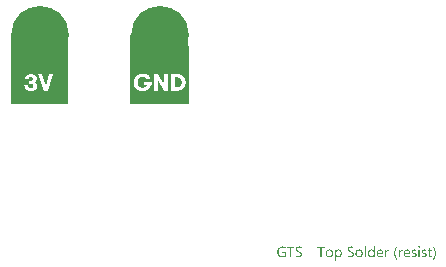
<source format=gts>
G04*
G04 #@! TF.GenerationSoftware,Altium Limited,Altium Designer,22.11.1 (43)*
G04*
G04 Layer_Color=8388736*
%FSLAX44Y44*%
%MOMM*%
G71*
G04*
G04 #@! TF.SameCoordinates,218574FE-C399-4EC2-8256-894566C44971*
G04*
G04*
G04 #@! TF.FilePolarity,Negative*
G04*
G01*
G75*
%ADD20R,4.9008X3.2000*%
%ADD21R,4.6376X3.1360*%
%ADD22C,4.9000*%
G36*
X661376Y643602D02*
X661376Y585583D01*
X612970Y585583D01*
X612970Y643600D01*
X623022Y643600D01*
X623022Y612648D01*
X649946Y612648D01*
X649946Y643602D01*
X661376Y643602D01*
X661376Y643602D02*
G37*
G36*
X763262Y634710D02*
X763262Y585329D01*
X713941Y585329D01*
X713941Y634710D01*
X716200Y634710D01*
X716199Y612312D01*
X760916Y612312D01*
X760916Y614600D01*
X759950Y615566D01*
X759950Y634710D01*
X763262Y634710D01*
X763262Y634710D02*
G37*
G36*
X958526Y464941D02*
X958597Y464926D01*
X958668Y464902D01*
X958746Y464863D01*
X958825Y464816D01*
X958903Y464753D01*
X958911Y464745D01*
X958934Y464722D01*
X958966Y464683D01*
X959005Y464627D01*
X959036Y464557D01*
X959068Y464478D01*
X959091Y464384D01*
X959099Y464282D01*
X959099Y464267D01*
X959099Y464235D01*
X959091Y464188D01*
X959076Y464117D01*
X959052Y464047D01*
X959013Y463968D01*
X958966Y463890D01*
X958903Y463811D01*
X958895Y463803D01*
X958872Y463780D01*
X958825Y463749D01*
X958770Y463717D01*
X958699Y463686D01*
X958621Y463654D01*
X958534Y463631D01*
X958432Y463623D01*
X958385Y463623D01*
X958338Y463631D01*
X958267Y463646D01*
X958197Y463670D01*
X958118Y463701D01*
X958040Y463741D01*
X957961Y463803D01*
X957953Y463811D01*
X957930Y463835D01*
X957898Y463882D01*
X957867Y463937D01*
X957836Y464000D01*
X957804Y464086D01*
X957781Y464180D01*
X957773Y464282D01*
X957773Y464298D01*
X957773Y464329D01*
X957781Y464384D01*
X957796Y464447D01*
X957820Y464525D01*
X957851Y464604D01*
X957898Y464683D01*
X957961Y464753D01*
X957969Y464761D01*
X957993Y464785D01*
X958040Y464816D01*
X958095Y464855D01*
X958165Y464887D01*
X958244Y464918D01*
X958330Y464941D01*
X958432Y464949D01*
X958479Y464949D01*
X958526Y464941D01*
X958526Y464941D02*
G37*
G36*
X901177Y464698D02*
X901286Y464698D01*
X901412Y464690D01*
X901553Y464683D01*
X901702Y464667D01*
X902016Y464627D01*
X902330Y464573D01*
X902487Y464533D01*
X902629Y464494D01*
X902770Y464439D01*
X902888Y464384D01*
X902888Y463207D01*
X902880Y463215D01*
X902848Y463231D01*
X902809Y463254D01*
X902746Y463293D01*
X902668Y463332D01*
X902574Y463380D01*
X902464Y463434D01*
X902338Y463482D01*
X902197Y463537D01*
X902040Y463584D01*
X901875Y463631D01*
X901695Y463670D01*
X901506Y463709D01*
X901302Y463733D01*
X901082Y463749D01*
X900855Y463756D01*
X900729Y463756D01*
X900643Y463749D01*
X900541Y463741D01*
X900423Y463725D01*
X900298Y463709D01*
X900172Y463686D01*
X900156Y463686D01*
X900117Y463670D01*
X900054Y463654D01*
X899968Y463631D01*
X899874Y463599D01*
X899772Y463560D01*
X899662Y463505D01*
X899560Y463450D01*
X899552Y463442D01*
X899513Y463419D01*
X899466Y463387D01*
X899403Y463340D01*
X899340Y463278D01*
X899261Y463207D01*
X899191Y463128D01*
X899128Y463034D01*
X899120Y463026D01*
X899105Y462987D01*
X899073Y462932D01*
X899050Y462862D01*
X899018Y462775D01*
X898987Y462665D01*
X898971Y462548D01*
X898963Y462414D01*
X898963Y462398D01*
X898963Y462359D01*
X898971Y462289D01*
X898979Y462210D01*
X898995Y462116D01*
X899018Y462014D01*
X899050Y461912D01*
X899089Y461818D01*
X899097Y461810D01*
X899112Y461778D01*
X899144Y461731D01*
X899183Y461669D01*
X899238Y461598D01*
X899301Y461520D01*
X899379Y461441D01*
X899466Y461362D01*
X899473Y461355D01*
X899513Y461331D01*
X899568Y461284D01*
X899638Y461237D01*
X899725Y461174D01*
X899827Y461111D01*
X899944Y461033D01*
X900070Y460962D01*
X900078Y460962D01*
X900086Y460954D01*
X900133Y460931D01*
X900211Y460892D01*
X900305Y460837D01*
X900431Y460782D01*
X900572Y460711D01*
X900729Y460633D01*
X900894Y460546D01*
X900902Y460546D01*
X900918Y460538D01*
X900941Y460523D01*
X900973Y460507D01*
X901020Y460484D01*
X901067Y460460D01*
X901184Y460397D01*
X901326Y460319D01*
X901483Y460232D01*
X901640Y460146D01*
X901805Y460044D01*
X901812Y460044D01*
X901820Y460036D01*
X901844Y460020D01*
X901875Y459997D01*
X901962Y459942D01*
X902064Y459871D01*
X902181Y459785D01*
X902307Y459691D01*
X902432Y459581D01*
X902558Y459463D01*
X902574Y459447D01*
X902613Y459408D01*
X902668Y459345D01*
X902746Y459259D01*
X902825Y459157D01*
X902911Y459039D01*
X902990Y458906D01*
X903068Y458765D01*
X903068Y458757D01*
X903076Y458749D01*
X903084Y458725D01*
X903100Y458694D01*
X903131Y458615D01*
X903170Y458513D01*
X903202Y458380D01*
X903233Y458231D01*
X903257Y458066D01*
X903264Y457886D01*
X903264Y457878D01*
X903264Y457854D01*
X903264Y457823D01*
X903264Y457776D01*
X903257Y457721D01*
X903249Y457650D01*
X903241Y457579D01*
X903233Y457501D01*
X903202Y457321D01*
X903155Y457132D01*
X903092Y456944D01*
X903005Y456763D01*
X903005Y456755D01*
X902998Y456740D01*
X902982Y456716D01*
X902958Y456685D01*
X902903Y456606D01*
X902825Y456496D01*
X902723Y456379D01*
X902605Y456253D01*
X902464Y456135D01*
X902307Y456018D01*
X902299Y456018D01*
X902283Y456002D01*
X902260Y455994D01*
X902228Y455970D01*
X902189Y455947D01*
X902134Y455923D01*
X902016Y455861D01*
X901867Y455798D01*
X901695Y455727D01*
X901506Y455664D01*
X901294Y455610D01*
X901286Y455610D01*
X901271Y455602D01*
X901239Y455602D01*
X901192Y455594D01*
X901145Y455578D01*
X901082Y455570D01*
X901012Y455562D01*
X900926Y455547D01*
X900745Y455523D01*
X900541Y455507D01*
X900321Y455492D01*
X900086Y455484D01*
X899999Y455484D01*
X899944Y455492D01*
X899866Y455492D01*
X899772Y455500D01*
X899670Y455507D01*
X899560Y455523D01*
X899544Y455523D01*
X899505Y455531D01*
X899442Y455539D01*
X899364Y455547D01*
X899269Y455562D01*
X899159Y455578D01*
X899050Y455594D01*
X898924Y455617D01*
X898908Y455617D01*
X898869Y455625D01*
X898806Y455641D01*
X898728Y455664D01*
X898634Y455680D01*
X898532Y455712D01*
X898312Y455774D01*
X898296Y455782D01*
X898265Y455790D01*
X898210Y455813D01*
X898147Y455837D01*
X898076Y455868D01*
X897998Y455908D01*
X897919Y455947D01*
X897849Y455994D01*
X897849Y457226D01*
X897857Y457218D01*
X897888Y457195D01*
X897935Y457156D01*
X897990Y457116D01*
X898069Y457062D01*
X898155Y457006D01*
X898249Y456944D01*
X898359Y456889D01*
X898375Y456881D01*
X898414Y456865D01*
X898469Y456834D01*
X898547Y456802D01*
X898642Y456763D01*
X898744Y456716D01*
X898861Y456669D01*
X898979Y456630D01*
X898995Y456622D01*
X899034Y456614D01*
X899105Y456598D01*
X899183Y456575D01*
X899285Y456544D01*
X899395Y456520D01*
X899638Y456473D01*
X899654Y456473D01*
X899693Y456465D01*
X899756Y456457D01*
X899842Y456449D01*
X899937Y456434D01*
X900039Y456426D01*
X900250Y456418D01*
X900345Y456418D01*
X900407Y456426D01*
X900486Y456426D01*
X900580Y456434D01*
X900682Y456449D01*
X900792Y456465D01*
X901028Y456504D01*
X901263Y456567D01*
X901491Y456653D01*
X901593Y456708D01*
X901687Y456771D01*
X901695Y456779D01*
X901710Y456787D01*
X901734Y456810D01*
X901765Y456842D01*
X901797Y456873D01*
X901836Y456920D01*
X901883Y456975D01*
X901930Y457038D01*
X901969Y457109D01*
X902016Y457179D01*
X902095Y457360D01*
X902118Y457462D01*
X902142Y457572D01*
X902158Y457682D01*
X902166Y457807D01*
X902166Y457815D01*
X902166Y457823D01*
X902166Y457870D01*
X902158Y457933D01*
X902150Y458019D01*
X902126Y458121D01*
X902103Y458223D01*
X902064Y458333D01*
X902009Y458435D01*
X902001Y458451D01*
X901977Y458482D01*
X901946Y458529D01*
X901899Y458600D01*
X901836Y458670D01*
X901757Y458757D01*
X901671Y458835D01*
X901569Y458922D01*
X901553Y458929D01*
X901522Y458961D01*
X901459Y459008D01*
X901381Y459063D01*
X901279Y459126D01*
X901169Y459196D01*
X901043Y459275D01*
X900902Y459345D01*
X900894Y459345D01*
X900886Y459353D01*
X900863Y459369D01*
X900839Y459385D01*
X900761Y459424D01*
X900659Y459479D01*
X900533Y459542D01*
X900392Y459612D01*
X900243Y459691D01*
X900078Y459777D01*
X900070Y459777D01*
X900054Y459785D01*
X900031Y459801D01*
X899999Y459816D01*
X899913Y459863D01*
X899795Y459926D01*
X899662Y459997D01*
X899513Y460075D01*
X899207Y460256D01*
X899199Y460256D01*
X899191Y460264D01*
X899167Y460279D01*
X899136Y460295D01*
X899065Y460350D01*
X898971Y460413D01*
X898861Y460491D01*
X898744Y460586D01*
X898626Y460680D01*
X898508Y460790D01*
X898492Y460805D01*
X898461Y460844D01*
X898406Y460899D01*
X898335Y460978D01*
X898265Y461080D01*
X898186Y461190D01*
X898108Y461315D01*
X898037Y461449D01*
X898037Y461457D01*
X898029Y461465D01*
X898021Y461488D01*
X898014Y461520D01*
X897982Y461598D01*
X897951Y461700D01*
X897919Y461826D01*
X897888Y461975D01*
X897872Y462140D01*
X897865Y462320D01*
X897865Y462328D01*
X897865Y462344D01*
X897865Y462383D01*
X897872Y462422D01*
X897872Y462477D01*
X897880Y462540D01*
X897896Y462681D01*
X897927Y462846D01*
X897974Y463026D01*
X898045Y463207D01*
X898131Y463380D01*
X898131Y463387D01*
X898147Y463403D01*
X898163Y463427D01*
X898178Y463458D01*
X898241Y463537D01*
X898320Y463646D01*
X898422Y463764D01*
X898540Y463890D01*
X898673Y464007D01*
X898830Y464125D01*
X898838Y464125D01*
X898853Y464141D01*
X898877Y464157D01*
X898908Y464172D01*
X898948Y464196D01*
X898995Y464227D01*
X899120Y464290D01*
X899269Y464361D01*
X899434Y464431D01*
X899623Y464502D01*
X899827Y464557D01*
X899835Y464557D01*
X899850Y464565D01*
X899882Y464573D01*
X899921Y464580D01*
X899976Y464588D01*
X900031Y464604D01*
X900101Y464620D01*
X900180Y464635D01*
X900352Y464659D01*
X900541Y464683D01*
X900753Y464698D01*
X900965Y464706D01*
X901090Y464706D01*
X901177Y464698D01*
X901177Y464698D02*
G37*
G36*
X857185Y464698D02*
X857295Y464698D01*
X857421Y464690D01*
X857562Y464683D01*
X857711Y464667D01*
X858025Y464627D01*
X858339Y464573D01*
X858496Y464533D01*
X858637Y464494D01*
X858779Y464439D01*
X858896Y464384D01*
X858896Y463207D01*
X858888Y463215D01*
X858857Y463231D01*
X858818Y463254D01*
X858755Y463293D01*
X858676Y463332D01*
X858582Y463380D01*
X858472Y463434D01*
X858347Y463482D01*
X858205Y463537D01*
X858049Y463584D01*
X857884Y463631D01*
X857703Y463670D01*
X857515Y463709D01*
X857311Y463733D01*
X857091Y463749D01*
X856863Y463756D01*
X856738Y463756D01*
X856652Y463749D01*
X856550Y463741D01*
X856432Y463725D01*
X856306Y463709D01*
X856181Y463686D01*
X856165Y463686D01*
X856126Y463670D01*
X856063Y463654D01*
X855976Y463631D01*
X855882Y463599D01*
X855780Y463560D01*
X855670Y463505D01*
X855568Y463450D01*
X855561Y463442D01*
X855521Y463419D01*
X855474Y463387D01*
X855411Y463340D01*
X855349Y463278D01*
X855270Y463207D01*
X855200Y463128D01*
X855137Y463034D01*
X855129Y463026D01*
X855113Y462987D01*
X855082Y462932D01*
X855058Y462862D01*
X855027Y462775D01*
X854995Y462665D01*
X854980Y462548D01*
X854972Y462414D01*
X854972Y462398D01*
X854972Y462359D01*
X854980Y462289D01*
X854988Y462210D01*
X855003Y462116D01*
X855027Y462014D01*
X855058Y461912D01*
X855098Y461818D01*
X855105Y461810D01*
X855121Y461778D01*
X855152Y461731D01*
X855192Y461669D01*
X855247Y461598D01*
X855309Y461520D01*
X855388Y461441D01*
X855474Y461362D01*
X855482Y461355D01*
X855521Y461331D01*
X855576Y461284D01*
X855647Y461237D01*
X855733Y461174D01*
X855835Y461111D01*
X855953Y461033D01*
X856079Y460962D01*
X856086Y460962D01*
X856094Y460954D01*
X856141Y460931D01*
X856220Y460892D01*
X856314Y460837D01*
X856440Y460782D01*
X856581Y460711D01*
X856738Y460633D01*
X856903Y460546D01*
X856910Y460546D01*
X856926Y460538D01*
X856950Y460523D01*
X856981Y460507D01*
X857028Y460484D01*
X857075Y460460D01*
X857193Y460397D01*
X857334Y460319D01*
X857491Y460232D01*
X857648Y460146D01*
X857813Y460044D01*
X857821Y460044D01*
X857829Y460036D01*
X857852Y460020D01*
X857884Y459997D01*
X857970Y459942D01*
X858072Y459871D01*
X858190Y459785D01*
X858315Y459691D01*
X858441Y459581D01*
X858567Y459463D01*
X858582Y459447D01*
X858622Y459408D01*
X858676Y459345D01*
X858755Y459259D01*
X858833Y459157D01*
X858920Y459039D01*
X858998Y458906D01*
X859077Y458765D01*
X859077Y458757D01*
X859085Y458749D01*
X859092Y458725D01*
X859108Y458694D01*
X859139Y458615D01*
X859179Y458513D01*
X859210Y458380D01*
X859241Y458231D01*
X859265Y458066D01*
X859273Y457886D01*
X859273Y457878D01*
X859273Y457854D01*
X859273Y457823D01*
X859273Y457776D01*
X859265Y457721D01*
X859257Y457650D01*
X859249Y457579D01*
X859241Y457501D01*
X859210Y457321D01*
X859163Y457132D01*
X859100Y456944D01*
X859014Y456763D01*
X859014Y456755D01*
X859006Y456740D01*
X858990Y456716D01*
X858967Y456685D01*
X858912Y456606D01*
X858833Y456496D01*
X858731Y456379D01*
X858614Y456253D01*
X858472Y456135D01*
X858315Y456018D01*
X858308Y456018D01*
X858292Y456002D01*
X858268Y455994D01*
X858237Y455970D01*
X858198Y455947D01*
X858143Y455923D01*
X858025Y455861D01*
X857876Y455798D01*
X857703Y455727D01*
X857515Y455664D01*
X857303Y455610D01*
X857295Y455610D01*
X857279Y455602D01*
X857248Y455602D01*
X857201Y455594D01*
X857154Y455578D01*
X857091Y455570D01*
X857020Y455562D01*
X856934Y455547D01*
X856753Y455523D01*
X856550Y455507D01*
X856330Y455492D01*
X856094Y455484D01*
X856008Y455484D01*
X855953Y455492D01*
X855874Y455492D01*
X855780Y455500D01*
X855678Y455507D01*
X855568Y455523D01*
X855553Y455523D01*
X855514Y455531D01*
X855451Y455539D01*
X855372Y455547D01*
X855278Y455562D01*
X855168Y455578D01*
X855058Y455594D01*
X854933Y455617D01*
X854917Y455617D01*
X854878Y455625D01*
X854815Y455641D01*
X854736Y455664D01*
X854642Y455680D01*
X854540Y455712D01*
X854321Y455774D01*
X854305Y455782D01*
X854273Y455790D01*
X854218Y455813D01*
X854156Y455837D01*
X854085Y455868D01*
X854007Y455908D01*
X853928Y455947D01*
X853857Y455994D01*
X853857Y457226D01*
X853865Y457218D01*
X853897Y457195D01*
X853944Y457156D01*
X853999Y457116D01*
X854077Y457062D01*
X854164Y457006D01*
X854258Y456944D01*
X854368Y456889D01*
X854383Y456881D01*
X854423Y456865D01*
X854477Y456834D01*
X854556Y456802D01*
X854650Y456763D01*
X854752Y456716D01*
X854870Y456669D01*
X854988Y456630D01*
X855003Y456622D01*
X855042Y456614D01*
X855113Y456598D01*
X855192Y456575D01*
X855294Y456544D01*
X855404Y456520D01*
X855647Y456473D01*
X855663Y456473D01*
X855702Y456465D01*
X855765Y456457D01*
X855851Y456449D01*
X855945Y456434D01*
X856047Y456426D01*
X856259Y456418D01*
X856353Y456418D01*
X856416Y456426D01*
X856495Y456426D01*
X856589Y456434D01*
X856691Y456449D01*
X856801Y456465D01*
X857036Y456504D01*
X857271Y456567D01*
X857499Y456653D01*
X857601Y456708D01*
X857695Y456771D01*
X857703Y456779D01*
X857719Y456787D01*
X857742Y456810D01*
X857774Y456842D01*
X857805Y456873D01*
X857844Y456920D01*
X857892Y456975D01*
X857939Y457038D01*
X857978Y457109D01*
X858025Y457179D01*
X858103Y457360D01*
X858127Y457462D01*
X858151Y457572D01*
X858166Y457682D01*
X858174Y457807D01*
X858174Y457815D01*
X858174Y457823D01*
X858174Y457870D01*
X858166Y457933D01*
X858158Y458019D01*
X858135Y458121D01*
X858111Y458223D01*
X858072Y458333D01*
X858017Y458435D01*
X858009Y458451D01*
X857986Y458482D01*
X857954Y458529D01*
X857907Y458600D01*
X857844Y458670D01*
X857766Y458757D01*
X857680Y458835D01*
X857578Y458922D01*
X857562Y458929D01*
X857531Y458961D01*
X857468Y459008D01*
X857389Y459063D01*
X857287Y459126D01*
X857177Y459196D01*
X857052Y459275D01*
X856910Y459345D01*
X856903Y459345D01*
X856895Y459353D01*
X856871Y459369D01*
X856848Y459385D01*
X856769Y459424D01*
X856667Y459479D01*
X856542Y459542D01*
X856400Y459612D01*
X856251Y459691D01*
X856086Y459777D01*
X856079Y459777D01*
X856063Y459785D01*
X856039Y459801D01*
X856008Y459816D01*
X855922Y459863D01*
X855804Y459926D01*
X855670Y459997D01*
X855521Y460075D01*
X855215Y460256D01*
X855207Y460256D01*
X855200Y460264D01*
X855176Y460279D01*
X855145Y460295D01*
X855074Y460350D01*
X854980Y460413D01*
X854870Y460491D01*
X854752Y460586D01*
X854634Y460680D01*
X854517Y460790D01*
X854501Y460805D01*
X854470Y460844D01*
X854415Y460899D01*
X854344Y460978D01*
X854273Y461080D01*
X854195Y461190D01*
X854116Y461315D01*
X854046Y461449D01*
X854046Y461457D01*
X854038Y461465D01*
X854030Y461488D01*
X854022Y461520D01*
X853991Y461598D01*
X853959Y461700D01*
X853928Y461826D01*
X853897Y461975D01*
X853881Y462140D01*
X853873Y462320D01*
X853873Y462328D01*
X853873Y462344D01*
X853873Y462383D01*
X853881Y462422D01*
X853881Y462477D01*
X853889Y462540D01*
X853904Y462681D01*
X853936Y462846D01*
X853983Y463026D01*
X854054Y463207D01*
X854140Y463380D01*
X854140Y463387D01*
X854156Y463403D01*
X854171Y463427D01*
X854187Y463458D01*
X854250Y463537D01*
X854328Y463646D01*
X854430Y463764D01*
X854548Y463890D01*
X854681Y464007D01*
X854838Y464125D01*
X854846Y464125D01*
X854862Y464141D01*
X854886Y464157D01*
X854917Y464172D01*
X854956Y464196D01*
X855003Y464227D01*
X855129Y464290D01*
X855278Y464361D01*
X855443Y464431D01*
X855631Y464502D01*
X855835Y464557D01*
X855843Y464557D01*
X855859Y464565D01*
X855890Y464573D01*
X855929Y464580D01*
X855984Y464588D01*
X856039Y464604D01*
X856110Y464620D01*
X856188Y464635D01*
X856361Y464659D01*
X856550Y464683D01*
X856761Y464698D01*
X856973Y464706D01*
X857099Y464706D01*
X857185Y464698D01*
X857185Y464698D02*
G37*
G36*
X843144Y464698D02*
X843270Y464690D01*
X843419Y464683D01*
X843576Y464667D01*
X843756Y464643D01*
X843945Y464620D01*
X844141Y464588D01*
X844345Y464549D01*
X844549Y464502D01*
X844753Y464447D01*
X844957Y464384D01*
X845161Y464314D01*
X845350Y464227D01*
X845350Y463074D01*
X845334Y463081D01*
X845302Y463105D01*
X845240Y463136D01*
X845161Y463183D01*
X845051Y463231D01*
X844926Y463293D01*
X844784Y463348D01*
X844620Y463419D01*
X844447Y463482D01*
X844251Y463544D01*
X844039Y463599D01*
X843811Y463646D01*
X843568Y463694D01*
X843317Y463725D01*
X843058Y463749D01*
X842783Y463756D01*
X842720Y463756D01*
X842642Y463749D01*
X842532Y463741D01*
X842406Y463725D01*
X842257Y463701D01*
X842092Y463670D01*
X841912Y463631D01*
X841723Y463576D01*
X841527Y463505D01*
X841323Y463419D01*
X841111Y463317D01*
X840907Y463199D01*
X840711Y463066D01*
X840515Y462901D01*
X840326Y462720D01*
X840319Y462713D01*
X840287Y462673D01*
X840240Y462618D01*
X840177Y462532D01*
X840107Y462430D01*
X840020Y462312D01*
X839934Y462163D01*
X839848Y461998D01*
X839761Y461818D01*
X839675Y461614D01*
X839589Y461394D01*
X839518Y461158D01*
X839455Y460907D01*
X839408Y460640D01*
X839377Y460350D01*
X839369Y460052D01*
X839369Y460044D01*
X839369Y460036D01*
X839369Y460013D01*
X839369Y459981D01*
X839369Y459934D01*
X839377Y459887D01*
X839385Y459769D01*
X839392Y459628D01*
X839416Y459463D01*
X839439Y459283D01*
X839479Y459086D01*
X839526Y458875D01*
X839589Y458655D01*
X839659Y458435D01*
X839746Y458207D01*
X839848Y457988D01*
X839965Y457776D01*
X840099Y457572D01*
X840256Y457383D01*
X840264Y457375D01*
X840295Y457344D01*
X840350Y457297D01*
X840421Y457234D01*
X840507Y457164D01*
X840617Y457077D01*
X840742Y456991D01*
X840891Y456904D01*
X841056Y456810D01*
X841237Y456724D01*
X841433Y456646D01*
X841653Y456567D01*
X841880Y456504D01*
X842132Y456457D01*
X842391Y456426D01*
X842673Y456418D01*
X842775Y456418D01*
X842846Y456426D01*
X842940Y456434D01*
X843042Y456441D01*
X843160Y456449D01*
X843293Y456473D01*
X843427Y456488D01*
X843576Y456520D01*
X843874Y456591D01*
X844031Y456638D01*
X844180Y456700D01*
X844329Y456763D01*
X844478Y456834D01*
X844478Y459338D01*
X842524Y459338D01*
X842524Y460287D01*
X845530Y460287D01*
X845530Y456237D01*
X845514Y456230D01*
X845467Y456206D01*
X845397Y456167D01*
X845295Y456120D01*
X845169Y456065D01*
X845020Y456002D01*
X844847Y455931D01*
X844651Y455861D01*
X844439Y455790D01*
X844204Y455719D01*
X843960Y455657D01*
X843701Y455602D01*
X843427Y455555D01*
X843136Y455515D01*
X842846Y455492D01*
X842540Y455484D01*
X842453Y455484D01*
X842414Y455492D01*
X842359Y455492D01*
X842296Y455500D01*
X842226Y455500D01*
X842061Y455523D01*
X841873Y455547D01*
X841668Y455586D01*
X841441Y455641D01*
X841198Y455704D01*
X840947Y455782D01*
X840687Y455884D01*
X840428Y456002D01*
X840169Y456143D01*
X839918Y456308D01*
X839675Y456496D01*
X839447Y456708D01*
X839432Y456724D01*
X839400Y456763D01*
X839337Y456834D01*
X839267Y456936D01*
X839173Y457054D01*
X839079Y457203D01*
X838969Y457383D01*
X838859Y457579D01*
X838749Y457799D01*
X838639Y458050D01*
X838545Y458317D01*
X838451Y458608D01*
X838380Y458914D01*
X838317Y459251D01*
X838286Y459604D01*
X838270Y459973D01*
X838270Y459981D01*
X838270Y459997D01*
X838270Y460028D01*
X838270Y460067D01*
X838278Y460115D01*
X838278Y460177D01*
X838286Y460240D01*
X838294Y460319D01*
X838301Y460405D01*
X838309Y460491D01*
X838341Y460695D01*
X838380Y460931D01*
X838435Y461174D01*
X838505Y461441D01*
X838592Y461716D01*
X838694Y461998D01*
X838820Y462281D01*
X838977Y462563D01*
X839149Y462846D01*
X839353Y463113D01*
X839581Y463372D01*
X839596Y463387D01*
X839644Y463427D01*
X839714Y463497D01*
X839816Y463584D01*
X839950Y463678D01*
X840099Y463796D01*
X840279Y463913D01*
X840491Y464039D01*
X840719Y464165D01*
X840970Y464282D01*
X841237Y464400D01*
X841535Y464494D01*
X841849Y464580D01*
X842179Y464651D01*
X842532Y464690D01*
X842901Y464706D01*
X843042Y464706D01*
X843144Y464698D01*
X843144Y464698D02*
G37*
G36*
X920900Y455633D02*
X919880Y455633D01*
X919880Y456708D01*
X919856Y456708D01*
X919848Y456693D01*
X919825Y456653D01*
X919778Y456598D01*
X919723Y456520D01*
X919644Y456426D01*
X919558Y456324D01*
X919448Y456214D01*
X919315Y456096D01*
X919173Y455978D01*
X919009Y455868D01*
X918828Y455766D01*
X918632Y455672D01*
X918420Y455594D01*
X918185Y455539D01*
X917933Y455500D01*
X917666Y455484D01*
X917612Y455484D01*
X917549Y455492D01*
X917470Y455500D01*
X917368Y455507D01*
X917251Y455531D01*
X917117Y455555D01*
X916976Y455594D01*
X916827Y455633D01*
X916670Y455696D01*
X916513Y455759D01*
X916348Y455845D01*
X916191Y455939D01*
X916034Y456057D01*
X915885Y456190D01*
X915744Y456339D01*
X915736Y456347D01*
X915712Y456379D01*
X915681Y456426D01*
X915634Y456496D01*
X915579Y456583D01*
X915516Y456685D01*
X915453Y456810D01*
X915390Y456952D01*
X915320Y457109D01*
X915257Y457281D01*
X915194Y457477D01*
X915139Y457682D01*
X915092Y457901D01*
X915061Y458145D01*
X915037Y458396D01*
X915029Y458663D01*
X915029Y458670D01*
X915029Y458678D01*
X915029Y458702D01*
X915029Y458733D01*
X915037Y458812D01*
X915045Y458922D01*
X915053Y459063D01*
X915069Y459212D01*
X915092Y459385D01*
X915131Y459573D01*
X915171Y459769D01*
X915226Y459981D01*
X915288Y460185D01*
X915367Y460405D01*
X915453Y460609D01*
X915563Y460813D01*
X915681Y461009D01*
X915822Y461198D01*
X915830Y461205D01*
X915861Y461237D01*
X915908Y461284D01*
X915971Y461347D01*
X916050Y461417D01*
X916144Y461504D01*
X916262Y461590D01*
X916387Y461676D01*
X916536Y461763D01*
X916693Y461849D01*
X916866Y461935D01*
X917054Y462006D01*
X917258Y462069D01*
X917478Y462116D01*
X917706Y462147D01*
X917949Y462155D01*
X918004Y462155D01*
X918075Y462147D01*
X918161Y462140D01*
X918271Y462124D01*
X918396Y462100D01*
X918530Y462069D01*
X918679Y462030D01*
X918836Y461975D01*
X918993Y461904D01*
X919150Y461818D01*
X919307Y461716D01*
X919456Y461598D01*
X919605Y461465D01*
X919738Y461300D01*
X919856Y461119D01*
X919880Y461119D01*
X919880Y465067D01*
X920900Y465067D01*
X920900Y455633D01*
X920900Y455633D02*
G37*
G36*
X890510Y462147D02*
X890597Y462140D01*
X890699Y462132D01*
X890816Y462108D01*
X890950Y462085D01*
X891099Y462045D01*
X891248Y461998D01*
X891405Y461943D01*
X891562Y461873D01*
X891727Y461794D01*
X891884Y461692D01*
X892033Y461574D01*
X892182Y461441D01*
X892316Y461292D01*
X892323Y461284D01*
X892347Y461253D01*
X892378Y461205D01*
X892425Y461135D01*
X892473Y461049D01*
X892535Y460947D01*
X892598Y460821D01*
X892661Y460687D01*
X892724Y460531D01*
X892786Y460358D01*
X892849Y460169D01*
X892896Y459966D01*
X892943Y459746D01*
X892975Y459510D01*
X892998Y459259D01*
X893006Y459000D01*
X893006Y458992D01*
X893006Y458984D01*
X893006Y458961D01*
X893006Y458929D01*
X892998Y458843D01*
X892990Y458733D01*
X892983Y458600D01*
X892967Y458443D01*
X892943Y458270D01*
X892912Y458082D01*
X892865Y457886D01*
X892818Y457674D01*
X892755Y457462D01*
X892677Y457250D01*
X892590Y457038D01*
X892488Y456826D01*
X892363Y456630D01*
X892229Y456441D01*
X892221Y456434D01*
X892190Y456402D01*
X892151Y456355D01*
X892088Y456292D01*
X892009Y456222D01*
X891915Y456135D01*
X891797Y456049D01*
X891672Y455963D01*
X891531Y455876D01*
X891366Y455790D01*
X891193Y455704D01*
X891005Y455633D01*
X890801Y455570D01*
X890581Y455523D01*
X890346Y455492D01*
X890102Y455484D01*
X890047Y455484D01*
X889985Y455492D01*
X889898Y455500D01*
X889796Y455515D01*
X889678Y455539D01*
X889545Y455570D01*
X889396Y455617D01*
X889247Y455672D01*
X889090Y455743D01*
X888933Y455829D01*
X888768Y455931D01*
X888611Y456057D01*
X888462Y456198D01*
X888321Y456363D01*
X888187Y456551D01*
X888164Y456551D01*
X888164Y452705D01*
X887143Y452705D01*
X887143Y462006D01*
X888164Y462006D01*
X888164Y460884D01*
X888187Y460884D01*
X888195Y460899D01*
X888226Y460939D01*
X888266Y461002D01*
X888328Y461080D01*
X888407Y461182D01*
X888501Y461284D01*
X888619Y461402D01*
X888744Y461520D01*
X888894Y461637D01*
X889058Y461755D01*
X889239Y461857D01*
X889435Y461959D01*
X889647Y462038D01*
X889883Y462100D01*
X890126Y462140D01*
X890393Y462155D01*
X890448Y462155D01*
X890510Y462147D01*
X890510Y462147D02*
G37*
G36*
X963196Y462147D02*
X963267Y462147D01*
X963353Y462140D01*
X963447Y462132D01*
X963549Y462116D01*
X963785Y462085D01*
X964028Y462030D01*
X964287Y461959D01*
X964538Y461865D01*
X964538Y460829D01*
X964530Y460837D01*
X964507Y460852D01*
X964468Y460868D01*
X964413Y460899D01*
X964350Y460939D01*
X964271Y460978D01*
X964177Y461017D01*
X964075Y461064D01*
X963958Y461104D01*
X963840Y461143D01*
X963706Y461182D01*
X963565Y461221D01*
X963408Y461253D01*
X963251Y461268D01*
X963094Y461284D01*
X962922Y461292D01*
X962820Y461292D01*
X962749Y461284D01*
X962670Y461276D01*
X962584Y461260D01*
X962403Y461221D01*
X962396Y461221D01*
X962364Y461213D01*
X962325Y461198D01*
X962270Y461174D01*
X962144Y461119D01*
X962011Y461041D01*
X962003Y461033D01*
X961988Y461017D01*
X961956Y460994D01*
X961917Y460962D01*
X961831Y460876D01*
X961752Y460758D01*
X961752Y460750D01*
X961736Y460727D01*
X961729Y460695D01*
X961713Y460648D01*
X961697Y460601D01*
X961682Y460538D01*
X961674Y460468D01*
X961666Y460397D01*
X961666Y460389D01*
X961666Y460358D01*
X961674Y460311D01*
X961674Y460248D01*
X961689Y460185D01*
X961705Y460115D01*
X961721Y460044D01*
X961752Y459973D01*
X961760Y459966D01*
X961768Y459942D01*
X961791Y459911D01*
X961823Y459871D01*
X961862Y459832D01*
X961901Y459777D01*
X962019Y459675D01*
X962027Y459667D01*
X962050Y459651D01*
X962090Y459628D01*
X962137Y459597D01*
X962199Y459565D01*
X962270Y459526D01*
X962356Y459479D01*
X962443Y459440D01*
X962451Y459432D01*
X962490Y459424D01*
X962537Y459400D01*
X962608Y459377D01*
X962694Y459338D01*
X962788Y459298D01*
X962890Y459259D01*
X963008Y459212D01*
X963016Y459212D01*
X963024Y459204D01*
X963047Y459196D01*
X963079Y459188D01*
X963157Y459157D01*
X963259Y459110D01*
X963377Y459063D01*
X963510Y459008D01*
X963644Y458945D01*
X963769Y458882D01*
X963777Y458882D01*
X963785Y458875D01*
X963824Y458851D01*
X963887Y458820D01*
X963965Y458773D01*
X964060Y458710D01*
X964154Y458647D01*
X964248Y458568D01*
X964342Y458490D01*
X964350Y458482D01*
X964381Y458451D01*
X964421Y458411D01*
X964476Y458349D01*
X964530Y458278D01*
X964593Y458192D01*
X964648Y458097D01*
X964703Y457995D01*
X964711Y457980D01*
X964727Y457948D01*
X964742Y457886D01*
X964766Y457807D01*
X964790Y457713D01*
X964813Y457603D01*
X964821Y457477D01*
X964829Y457336D01*
X964829Y457328D01*
X964829Y457313D01*
X964829Y457289D01*
X964829Y457258D01*
X964821Y457171D01*
X964805Y457054D01*
X964774Y456928D01*
X964742Y456787D01*
X964688Y456646D01*
X964617Y456512D01*
X964609Y456496D01*
X964578Y456457D01*
X964530Y456394D01*
X964468Y456308D01*
X964389Y456222D01*
X964295Y456120D01*
X964185Y456026D01*
X964060Y455931D01*
X964044Y455923D01*
X963997Y455892D01*
X963926Y455853D01*
X963832Y455806D01*
X963714Y455751D01*
X963573Y455696D01*
X963424Y455641D01*
X963259Y455594D01*
X963251Y455594D01*
X963235Y455586D01*
X963212Y455586D01*
X963180Y455578D01*
X963141Y455570D01*
X963094Y455562D01*
X962977Y455539D01*
X962827Y455515D01*
X962670Y455500D01*
X962498Y455492D01*
X962309Y455484D01*
X962215Y455484D01*
X962144Y455492D01*
X962058Y455492D01*
X961964Y455507D01*
X961846Y455515D01*
X961729Y455531D01*
X961595Y455555D01*
X961462Y455578D01*
X961179Y455641D01*
X960889Y455735D01*
X960748Y455798D01*
X960606Y455861D01*
X960606Y456952D01*
X960614Y456944D01*
X960645Y456928D01*
X960693Y456897D01*
X960755Y456857D01*
X960834Y456810D01*
X960920Y456755D01*
X961030Y456700D01*
X961148Y456646D01*
X961281Y456591D01*
X961423Y456536D01*
X961572Y456481D01*
X961729Y456434D01*
X961901Y456394D01*
X962074Y456363D01*
X962254Y456347D01*
X962443Y456339D01*
X962498Y456339D01*
X962568Y456347D01*
X962655Y456355D01*
X962757Y456371D01*
X962867Y456386D01*
X962992Y456418D01*
X963118Y456449D01*
X963235Y456496D01*
X963361Y456559D01*
X963471Y456630D01*
X963573Y456716D01*
X963659Y456818D01*
X963730Y456936D01*
X963769Y457077D01*
X963785Y457156D01*
X963785Y457234D01*
X963785Y457242D01*
X963785Y457281D01*
X963777Y457328D01*
X963769Y457383D01*
X963754Y457454D01*
X963738Y457524D01*
X963706Y457595D01*
X963667Y457666D01*
X963659Y457674D01*
X963644Y457697D01*
X963620Y457729D01*
X963589Y457776D01*
X963542Y457823D01*
X963494Y457878D01*
X963432Y457925D01*
X963361Y457980D01*
X963353Y457988D01*
X963330Y458003D01*
X963283Y458027D01*
X963228Y458066D01*
X963165Y458105D01*
X963086Y458145D01*
X962992Y458184D01*
X962898Y458223D01*
X962882Y458231D01*
X962851Y458239D01*
X962796Y458262D01*
X962725Y458294D01*
X962647Y458333D01*
X962545Y458372D01*
X962443Y458411D01*
X962333Y458459D01*
X962325Y458459D01*
X962317Y458466D01*
X962294Y458474D01*
X962262Y458490D01*
X962184Y458521D01*
X962082Y458561D01*
X961964Y458615D01*
X961838Y458670D01*
X961713Y458733D01*
X961587Y458796D01*
X961572Y458804D01*
X961532Y458827D01*
X961477Y458859D01*
X961399Y458906D01*
X961313Y458969D01*
X961226Y459031D01*
X961132Y459102D01*
X961046Y459181D01*
X961038Y459188D01*
X961014Y459220D01*
X960975Y459259D01*
X960928Y459322D01*
X960873Y459393D01*
X960818Y459479D01*
X960771Y459565D01*
X960724Y459667D01*
X960716Y459683D01*
X960708Y459714D01*
X960693Y459777D01*
X960677Y459848D01*
X960653Y459942D01*
X960638Y460052D01*
X960630Y460177D01*
X960622Y460311D01*
X960622Y460319D01*
X960622Y460334D01*
X960622Y460358D01*
X960622Y460389D01*
X960630Y460468D01*
X960645Y460578D01*
X960669Y460703D01*
X960708Y460837D01*
X960755Y460970D01*
X960826Y461104D01*
X960826Y461111D01*
X960834Y461119D01*
X960865Y461158D01*
X960912Y461221D01*
X960967Y461308D01*
X961046Y461394D01*
X961140Y461488D01*
X961250Y461590D01*
X961367Y461676D01*
X961375Y461676D01*
X961383Y461684D01*
X961430Y461716D01*
X961501Y461755D01*
X961595Y461810D01*
X961713Y461865D01*
X961846Y461928D01*
X961995Y461982D01*
X962152Y462030D01*
X962160Y462030D01*
X962176Y462038D01*
X962199Y462045D01*
X962231Y462053D01*
X962270Y462061D01*
X962317Y462069D01*
X962427Y462092D01*
X962568Y462116D01*
X962718Y462140D01*
X962882Y462147D01*
X963055Y462155D01*
X963133Y462155D01*
X963196Y462147D01*
X963196Y462147D02*
G37*
G36*
X954704Y462147D02*
X954775Y462147D01*
X954861Y462140D01*
X954955Y462132D01*
X955057Y462116D01*
X955293Y462085D01*
X955536Y462030D01*
X955795Y461959D01*
X956046Y461865D01*
X956046Y460829D01*
X956038Y460837D01*
X956015Y460852D01*
X955975Y460868D01*
X955921Y460899D01*
X955858Y460939D01*
X955779Y460978D01*
X955685Y461017D01*
X955583Y461064D01*
X955465Y461104D01*
X955348Y461143D01*
X955214Y461182D01*
X955073Y461221D01*
X954916Y461253D01*
X954759Y461268D01*
X954602Y461284D01*
X954429Y461292D01*
X954327Y461292D01*
X954257Y461284D01*
X954178Y461276D01*
X954092Y461260D01*
X953911Y461221D01*
X953904Y461221D01*
X953872Y461213D01*
X953833Y461198D01*
X953778Y461174D01*
X953652Y461119D01*
X953519Y461041D01*
X953511Y461033D01*
X953495Y461017D01*
X953464Y460994D01*
X953425Y460962D01*
X953338Y460876D01*
X953260Y460758D01*
X953260Y460750D01*
X953244Y460727D01*
X953236Y460695D01*
X953221Y460648D01*
X953205Y460601D01*
X953189Y460538D01*
X953181Y460468D01*
X953174Y460397D01*
X953174Y460389D01*
X953174Y460358D01*
X953181Y460311D01*
X953181Y460248D01*
X953197Y460185D01*
X953213Y460115D01*
X953229Y460044D01*
X953260Y459973D01*
X953268Y459966D01*
X953276Y459942D01*
X953299Y459911D01*
X953331Y459871D01*
X953370Y459832D01*
X953409Y459777D01*
X953527Y459675D01*
X953535Y459667D01*
X953558Y459651D01*
X953597Y459628D01*
X953644Y459597D01*
X953707Y459565D01*
X953778Y459526D01*
X953864Y459479D01*
X953951Y459440D01*
X953958Y459432D01*
X953998Y459424D01*
X954045Y459400D01*
X954115Y459377D01*
X954202Y459338D01*
X954296Y459298D01*
X954398Y459259D01*
X954516Y459212D01*
X954523Y459212D01*
X954531Y459204D01*
X954555Y459196D01*
X954586Y459188D01*
X954665Y459157D01*
X954767Y459110D01*
X954885Y459063D01*
X955018Y459008D01*
X955151Y458945D01*
X955277Y458882D01*
X955285Y458882D01*
X955293Y458875D01*
X955332Y458851D01*
X955395Y458820D01*
X955473Y458773D01*
X955567Y458710D01*
X955662Y458647D01*
X955756Y458568D01*
X955850Y458490D01*
X955858Y458482D01*
X955889Y458451D01*
X955928Y458411D01*
X955983Y458349D01*
X956038Y458278D01*
X956101Y458192D01*
X956156Y458097D01*
X956211Y457995D01*
X956219Y457980D01*
X956235Y457948D01*
X956250Y457886D01*
X956274Y457807D01*
X956297Y457713D01*
X956321Y457603D01*
X956329Y457477D01*
X956337Y457336D01*
X956337Y457328D01*
X956337Y457313D01*
X956337Y457289D01*
X956337Y457258D01*
X956329Y457171D01*
X956313Y457054D01*
X956282Y456928D01*
X956250Y456787D01*
X956195Y456646D01*
X956125Y456512D01*
X956117Y456496D01*
X956085Y456457D01*
X956038Y456394D01*
X955975Y456308D01*
X955897Y456222D01*
X955803Y456120D01*
X955693Y456026D01*
X955567Y455931D01*
X955552Y455923D01*
X955505Y455892D01*
X955434Y455853D01*
X955340Y455806D01*
X955222Y455751D01*
X955081Y455696D01*
X954932Y455641D01*
X954767Y455594D01*
X954759Y455594D01*
X954743Y455586D01*
X954720Y455586D01*
X954688Y455578D01*
X954649Y455570D01*
X954602Y455562D01*
X954484Y455539D01*
X954335Y455515D01*
X954178Y455500D01*
X954006Y455492D01*
X953817Y455484D01*
X953723Y455484D01*
X953652Y455492D01*
X953566Y455492D01*
X953472Y455507D01*
X953354Y455515D01*
X953236Y455531D01*
X953103Y455555D01*
X952970Y455578D01*
X952687Y455641D01*
X952397Y455735D01*
X952255Y455798D01*
X952114Y455861D01*
X952114Y456952D01*
X952122Y456944D01*
X952153Y456928D01*
X952200Y456897D01*
X952263Y456857D01*
X952342Y456810D01*
X952428Y456755D01*
X952538Y456700D01*
X952656Y456646D01*
X952789Y456591D01*
X952930Y456536D01*
X953079Y456481D01*
X953236Y456434D01*
X953409Y456394D01*
X953582Y456363D01*
X953762Y456347D01*
X953951Y456339D01*
X954006Y456339D01*
X954076Y456347D01*
X954163Y456355D01*
X954265Y456371D01*
X954374Y456386D01*
X954500Y456418D01*
X954626Y456449D01*
X954743Y456496D01*
X954869Y456559D01*
X954979Y456630D01*
X955081Y456716D01*
X955167Y456818D01*
X955238Y456936D01*
X955277Y457077D01*
X955293Y457156D01*
X955293Y457234D01*
X955293Y457242D01*
X955293Y457281D01*
X955285Y457328D01*
X955277Y457383D01*
X955261Y457454D01*
X955246Y457524D01*
X955214Y457595D01*
X955175Y457666D01*
X955167Y457674D01*
X955151Y457697D01*
X955128Y457729D01*
X955097Y457776D01*
X955049Y457823D01*
X955002Y457878D01*
X954939Y457925D01*
X954869Y457980D01*
X954861Y457988D01*
X954837Y458003D01*
X954790Y458027D01*
X954735Y458066D01*
X954673Y458105D01*
X954594Y458145D01*
X954500Y458184D01*
X954406Y458223D01*
X954390Y458231D01*
X954359Y458239D01*
X954304Y458262D01*
X954233Y458294D01*
X954155Y458333D01*
X954053Y458372D01*
X953951Y458411D01*
X953841Y458459D01*
X953833Y458459D01*
X953825Y458466D01*
X953801Y458474D01*
X953770Y458490D01*
X953692Y458521D01*
X953590Y458561D01*
X953472Y458615D01*
X953346Y458670D01*
X953221Y458733D01*
X953095Y458796D01*
X953079Y458804D01*
X953040Y458827D01*
X952985Y458859D01*
X952907Y458906D01*
X952820Y458969D01*
X952734Y459031D01*
X952640Y459102D01*
X952553Y459181D01*
X952546Y459188D01*
X952522Y459220D01*
X952483Y459259D01*
X952436Y459322D01*
X952381Y459393D01*
X952326Y459479D01*
X952279Y459565D01*
X952232Y459667D01*
X952224Y459683D01*
X952216Y459714D01*
X952200Y459777D01*
X952185Y459848D01*
X952161Y459942D01*
X952145Y460052D01*
X952138Y460177D01*
X952130Y460311D01*
X952130Y460319D01*
X952130Y460334D01*
X952130Y460358D01*
X952130Y460389D01*
X952138Y460468D01*
X952153Y460578D01*
X952177Y460703D01*
X952216Y460837D01*
X952263Y460970D01*
X952334Y461104D01*
X952334Y461111D01*
X952342Y461119D01*
X952373Y461158D01*
X952420Y461221D01*
X952475Y461308D01*
X952553Y461394D01*
X952648Y461488D01*
X952758Y461590D01*
X952875Y461676D01*
X952883Y461676D01*
X952891Y461684D01*
X952938Y461716D01*
X953009Y461755D01*
X953103Y461810D01*
X953221Y461865D01*
X953354Y461928D01*
X953503Y461982D01*
X953660Y462030D01*
X953668Y462030D01*
X953684Y462038D01*
X953707Y462045D01*
X953739Y462053D01*
X953778Y462061D01*
X953825Y462069D01*
X953935Y462092D01*
X954076Y462116D01*
X954225Y462140D01*
X954390Y462147D01*
X954563Y462155D01*
X954641Y462155D01*
X954704Y462147D01*
X954704Y462147D02*
G37*
G36*
X944258Y462108D02*
X944344Y462108D01*
X944438Y462092D01*
X944540Y462077D01*
X944642Y462061D01*
X944728Y462030D01*
X944728Y460970D01*
X944713Y460978D01*
X944681Y461002D01*
X944619Y461033D01*
X944532Y461072D01*
X944415Y461111D01*
X944289Y461143D01*
X944132Y461166D01*
X943951Y461174D01*
X943889Y461174D01*
X943842Y461166D01*
X943787Y461158D01*
X943724Y461143D01*
X943575Y461096D01*
X943488Y461064D01*
X943402Y461025D01*
X943308Y460970D01*
X943214Y460915D01*
X943127Y460844D01*
X943033Y460758D01*
X942947Y460664D01*
X942860Y460554D01*
X942853Y460546D01*
X942845Y460523D01*
X942821Y460491D01*
X942790Y460444D01*
X942758Y460381D01*
X942719Y460303D01*
X942680Y460217D01*
X942641Y460115D01*
X942601Y460005D01*
X942562Y459879D01*
X942523Y459738D01*
X942492Y459589D01*
X942460Y459424D01*
X942437Y459251D01*
X942429Y459071D01*
X942421Y458875D01*
X942421Y455633D01*
X941401Y455633D01*
X941401Y462006D01*
X942421Y462006D01*
X942421Y460687D01*
X942445Y460687D01*
X942445Y460695D01*
X942452Y460719D01*
X942468Y460750D01*
X942484Y460797D01*
X942507Y460852D01*
X942539Y460923D01*
X942609Y461072D01*
X942704Y461245D01*
X942821Y461417D01*
X942955Y461582D01*
X943112Y461739D01*
X943120Y461747D01*
X943135Y461755D01*
X943159Y461771D01*
X943190Y461802D01*
X943229Y461826D01*
X943284Y461857D01*
X943402Y461928D01*
X943551Y461998D01*
X943724Y462061D01*
X943912Y462100D01*
X944014Y462108D01*
X944116Y462116D01*
X944179Y462116D01*
X944258Y462108D01*
X944258Y462108D02*
G37*
G36*
X932485Y462108D02*
X932571Y462108D01*
X932665Y462092D01*
X932767Y462077D01*
X932869Y462061D01*
X932956Y462030D01*
X932956Y460970D01*
X932940Y460978D01*
X932908Y461002D01*
X932846Y461033D01*
X932759Y461072D01*
X932642Y461111D01*
X932516Y461143D01*
X932359Y461166D01*
X932179Y461174D01*
X932116Y461174D01*
X932069Y461166D01*
X932014Y461158D01*
X931951Y461143D01*
X931802Y461096D01*
X931715Y461064D01*
X931629Y461025D01*
X931535Y460970D01*
X931441Y460915D01*
X931355Y460844D01*
X931260Y460758D01*
X931174Y460664D01*
X931088Y460554D01*
X931080Y460546D01*
X931072Y460523D01*
X931048Y460491D01*
X931017Y460444D01*
X930986Y460381D01*
X930946Y460303D01*
X930907Y460217D01*
X930868Y460115D01*
X930829Y460005D01*
X930789Y459879D01*
X930750Y459738D01*
X930719Y459589D01*
X930687Y459424D01*
X930664Y459251D01*
X930656Y459071D01*
X930648Y458875D01*
X930648Y455633D01*
X929628Y455633D01*
X929628Y462006D01*
X930648Y462006D01*
X930648Y460687D01*
X930672Y460687D01*
X930672Y460695D01*
X930679Y460719D01*
X930695Y460750D01*
X930711Y460797D01*
X930734Y460852D01*
X930766Y460923D01*
X930836Y461072D01*
X930931Y461245D01*
X931048Y461417D01*
X931182Y461582D01*
X931339Y461739D01*
X931347Y461747D01*
X931362Y461755D01*
X931386Y461771D01*
X931417Y461802D01*
X931457Y461826D01*
X931511Y461857D01*
X931629Y461928D01*
X931778Y461998D01*
X931951Y462061D01*
X932139Y462100D01*
X932241Y462108D01*
X932343Y462116D01*
X932406Y462116D01*
X932485Y462108D01*
X932485Y462108D02*
G37*
G36*
X867671Y458780D02*
X864273Y458780D01*
X864273Y459581D01*
X867671Y459581D01*
X867671Y458780D01*
X867671Y458780D02*
G37*
G36*
X958927Y455633D02*
X957906Y455633D01*
X957906Y462006D01*
X958927Y462006D01*
X958927Y455633D01*
X958927Y455633D02*
G37*
G36*
X913397Y455633D02*
X912377Y455633D01*
X912377Y465067D01*
X913397Y465067D01*
X913397Y455633D01*
X913397Y455633D02*
G37*
G36*
X878408Y463607D02*
X875834Y463607D01*
X875834Y455633D01*
X874790Y455633D01*
X874790Y463607D01*
X872215Y463607D01*
X872215Y464557D01*
X878408Y464557D01*
X878408Y463607D01*
X878408Y463607D02*
G37*
G36*
X852876Y463607D02*
X850302Y463607D01*
X850302Y455633D01*
X849258Y455633D01*
X849258Y463607D01*
X846684Y463607D01*
X846684Y464557D01*
X852876Y464557D01*
X852876Y463607D01*
X852876Y463607D02*
G37*
G36*
X967748Y462006D02*
X969357Y462006D01*
X969357Y461127D01*
X967748Y461127D01*
X967748Y457540D01*
X967748Y457532D01*
X967748Y457509D01*
X967748Y457477D01*
X967748Y457438D01*
X967756Y457383D01*
X967764Y457321D01*
X967780Y457187D01*
X967803Y457030D01*
X967843Y456881D01*
X967898Y456740D01*
X967929Y456677D01*
X967968Y456622D01*
X967976Y456614D01*
X968007Y456583D01*
X968062Y456536D01*
X968141Y456488D01*
X968243Y456434D01*
X968369Y456394D01*
X968518Y456363D01*
X968690Y456347D01*
X968753Y456347D01*
X968824Y456355D01*
X968918Y456371D01*
X969020Y456402D01*
X969138Y456434D01*
X969248Y456488D01*
X969357Y456559D01*
X969357Y455688D01*
X969350Y455688D01*
X969342Y455680D01*
X969318Y455672D01*
X969295Y455657D01*
X969208Y455625D01*
X969106Y455594D01*
X968965Y455562D01*
X968800Y455531D01*
X968612Y455507D01*
X968400Y455500D01*
X968329Y455500D01*
X968243Y455515D01*
X968141Y455531D01*
X968015Y455555D01*
X967874Y455602D01*
X967717Y455657D01*
X967568Y455735D01*
X967411Y455829D01*
X967254Y455955D01*
X967113Y456104D01*
X967050Y456190D01*
X966987Y456284D01*
X966932Y456386D01*
X966885Y456496D01*
X966838Y456614D01*
X966799Y456748D01*
X966767Y456881D01*
X966744Y457030D01*
X966736Y457187D01*
X966728Y457360D01*
X966728Y461127D01*
X965637Y461127D01*
X965637Y462006D01*
X966728Y462006D01*
X966728Y463560D01*
X967748Y463890D01*
X967748Y462006D01*
X967748Y462006D02*
G37*
G36*
X948457Y462147D02*
X948543Y462140D01*
X948653Y462132D01*
X948771Y462116D01*
X948904Y462085D01*
X949045Y462053D01*
X949202Y462014D01*
X949359Y461959D01*
X949516Y461888D01*
X949681Y461810D01*
X949838Y461716D01*
X949987Y461606D01*
X950136Y461480D01*
X950270Y461339D01*
X950277Y461331D01*
X950301Y461300D01*
X950332Y461253D01*
X950379Y461190D01*
X950427Y461111D01*
X950489Y461009D01*
X950552Y460892D01*
X950615Y460758D01*
X950678Y460601D01*
X950741Y460436D01*
X950803Y460248D01*
X950850Y460052D01*
X950898Y459832D01*
X950929Y459604D01*
X950952Y459353D01*
X950960Y459094D01*
X950960Y458561D01*
X946455Y458561D01*
X946455Y458545D01*
X946455Y458513D01*
X946463Y458459D01*
X946471Y458388D01*
X946479Y458294D01*
X946494Y458192D01*
X946510Y458082D01*
X946542Y457956D01*
X946612Y457689D01*
X946659Y457556D01*
X946714Y457415D01*
X946777Y457281D01*
X946848Y457148D01*
X946934Y457030D01*
X947028Y456912D01*
X947036Y456904D01*
X947052Y456889D01*
X947083Y456857D01*
X947130Y456826D01*
X947185Y456779D01*
X947256Y456732D01*
X947334Y456677D01*
X947421Y456630D01*
X947523Y456575D01*
X947640Y456520D01*
X947758Y456473D01*
X947899Y456426D01*
X948041Y456394D01*
X948198Y456363D01*
X948362Y456347D01*
X948535Y456339D01*
X948582Y456339D01*
X948637Y456347D01*
X948716Y456347D01*
X948810Y456363D01*
X948920Y456379D01*
X949045Y456402D01*
X949186Y456426D01*
X949336Y456465D01*
X949493Y456512D01*
X949657Y456567D01*
X949822Y456638D01*
X949995Y456716D01*
X950168Y456810D01*
X950340Y456920D01*
X950513Y457046D01*
X950513Y456088D01*
X950505Y456080D01*
X950474Y456065D01*
X950427Y456033D01*
X950364Y455994D01*
X950277Y455947D01*
X950175Y455900D01*
X950058Y455845D01*
X949924Y455790D01*
X949767Y455727D01*
X949603Y455672D01*
X949422Y455625D01*
X949226Y455578D01*
X949014Y455539D01*
X948786Y455507D01*
X948543Y455492D01*
X948292Y455484D01*
X948229Y455484D01*
X948166Y455492D01*
X948072Y455500D01*
X947954Y455507D01*
X947821Y455531D01*
X947680Y455555D01*
X947523Y455594D01*
X947358Y455641D01*
X947185Y455696D01*
X947005Y455766D01*
X946832Y455845D01*
X946651Y455947D01*
X946487Y456065D01*
X946322Y456198D01*
X946173Y456347D01*
X946165Y456355D01*
X946141Y456386D01*
X946102Y456441D01*
X946055Y456512D01*
X945992Y456598D01*
X945929Y456708D01*
X945859Y456834D01*
X945788Y456983D01*
X945717Y457140D01*
X945647Y457328D01*
X945584Y457524D01*
X945521Y457744D01*
X945474Y457980D01*
X945435Y458231D01*
X945411Y458506D01*
X945404Y458788D01*
X945404Y458796D01*
X945404Y458804D01*
X945404Y458827D01*
X945404Y458851D01*
X945411Y458929D01*
X945419Y459039D01*
X945427Y459165D01*
X945451Y459306D01*
X945474Y459471D01*
X945506Y459651D01*
X945553Y459840D01*
X945608Y460036D01*
X945678Y460240D01*
X945757Y460444D01*
X945851Y460640D01*
X945969Y460844D01*
X946094Y461033D01*
X946243Y461213D01*
X946251Y461221D01*
X946283Y461253D01*
X946330Y461300D01*
X946392Y461362D01*
X946479Y461433D01*
X946581Y461512D01*
X946691Y461598D01*
X946824Y461684D01*
X946965Y461771D01*
X947130Y461857D01*
X947303Y461935D01*
X947483Y462006D01*
X947680Y462069D01*
X947891Y462116D01*
X948111Y462147D01*
X948339Y462155D01*
X948394Y462155D01*
X948457Y462147D01*
X948457Y462147D02*
G37*
G36*
X925586Y462147D02*
X925672Y462140D01*
X925782Y462132D01*
X925900Y462116D01*
X926033Y462085D01*
X926174Y462053D01*
X926331Y462014D01*
X926488Y461959D01*
X926645Y461888D01*
X926810Y461810D01*
X926967Y461716D01*
X927116Y461606D01*
X927265Y461480D01*
X927399Y461339D01*
X927407Y461331D01*
X927430Y461300D01*
X927462Y461253D01*
X927509Y461190D01*
X927556Y461111D01*
X927618Y461009D01*
X927681Y460892D01*
X927744Y460758D01*
X927807Y460601D01*
X927870Y460436D01*
X927933Y460248D01*
X927980Y460052D01*
X928027Y459832D01*
X928058Y459604D01*
X928082Y459353D01*
X928090Y459094D01*
X928090Y458561D01*
X923584Y458561D01*
X923584Y458545D01*
X923584Y458513D01*
X923592Y458459D01*
X923600Y458388D01*
X923608Y458294D01*
X923624Y458192D01*
X923639Y458082D01*
X923671Y457956D01*
X923741Y457689D01*
X923788Y457556D01*
X923843Y457415D01*
X923906Y457281D01*
X923977Y457148D01*
X924063Y457030D01*
X924157Y456912D01*
X924165Y456904D01*
X924181Y456889D01*
X924212Y456857D01*
X924259Y456826D01*
X924314Y456779D01*
X924385Y456732D01*
X924463Y456677D01*
X924550Y456630D01*
X924652Y456575D01*
X924770Y456520D01*
X924887Y456473D01*
X925029Y456426D01*
X925170Y456394D01*
X925327Y456363D01*
X925492Y456347D01*
X925664Y456339D01*
X925711Y456339D01*
X925766Y456347D01*
X925845Y456347D01*
X925939Y456363D01*
X926049Y456379D01*
X926174Y456402D01*
X926316Y456426D01*
X926465Y456465D01*
X926622Y456512D01*
X926787Y456567D01*
X926951Y456638D01*
X927124Y456716D01*
X927297Y456810D01*
X927469Y456920D01*
X927642Y457046D01*
X927642Y456088D01*
X927634Y456080D01*
X927603Y456065D01*
X927556Y456033D01*
X927493Y455994D01*
X927407Y455947D01*
X927305Y455900D01*
X927187Y455845D01*
X927053Y455790D01*
X926897Y455727D01*
X926732Y455672D01*
X926551Y455625D01*
X926355Y455578D01*
X926143Y455539D01*
X925915Y455507D01*
X925672Y455492D01*
X925421Y455484D01*
X925358Y455484D01*
X925295Y455492D01*
X925201Y455500D01*
X925083Y455507D01*
X924950Y455531D01*
X924809Y455555D01*
X924652Y455594D01*
X924487Y455641D01*
X924314Y455696D01*
X924134Y455766D01*
X923961Y455845D01*
X923781Y455947D01*
X923616Y456065D01*
X923451Y456198D01*
X923302Y456347D01*
X923294Y456355D01*
X923270Y456386D01*
X923231Y456441D01*
X923184Y456512D01*
X923121Y456598D01*
X923058Y456708D01*
X922988Y456834D01*
X922917Y456983D01*
X922847Y457140D01*
X922776Y457328D01*
X922713Y457524D01*
X922650Y457744D01*
X922603Y457980D01*
X922564Y458231D01*
X922541Y458506D01*
X922533Y458788D01*
X922533Y458796D01*
X922533Y458804D01*
X922533Y458827D01*
X922533Y458851D01*
X922541Y458929D01*
X922548Y459039D01*
X922556Y459165D01*
X922580Y459306D01*
X922603Y459471D01*
X922635Y459651D01*
X922682Y459840D01*
X922737Y460036D01*
X922807Y460240D01*
X922886Y460444D01*
X922980Y460640D01*
X923098Y460844D01*
X923223Y461033D01*
X923372Y461213D01*
X923380Y461221D01*
X923412Y461253D01*
X923459Y461300D01*
X923522Y461362D01*
X923608Y461433D01*
X923710Y461512D01*
X923820Y461598D01*
X923953Y461684D01*
X924094Y461771D01*
X924259Y461857D01*
X924432Y461935D01*
X924613Y462006D01*
X924809Y462069D01*
X925021Y462116D01*
X925240Y462147D01*
X925468Y462155D01*
X925523Y462155D01*
X925586Y462147D01*
X925586Y462147D02*
G37*
G36*
X907856Y462147D02*
X907958Y462140D01*
X908075Y462132D01*
X908217Y462108D01*
X908366Y462085D01*
X908531Y462045D01*
X908711Y461998D01*
X908892Y461943D01*
X909072Y461873D01*
X909261Y461786D01*
X909441Y461684D01*
X909622Y461567D01*
X909787Y461433D01*
X909943Y461276D01*
X909951Y461268D01*
X909975Y461237D01*
X910014Y461182D01*
X910069Y461111D01*
X910132Y461025D01*
X910195Y460915D01*
X910273Y460790D01*
X910344Y460640D01*
X910422Y460476D01*
X910493Y460295D01*
X910556Y460099D01*
X910619Y459879D01*
X910673Y459644D01*
X910713Y459393D01*
X910736Y459126D01*
X910744Y458843D01*
X910744Y458835D01*
X910744Y458827D01*
X910744Y458804D01*
X910744Y458773D01*
X910736Y458694D01*
X910728Y458592D01*
X910721Y458459D01*
X910697Y458309D01*
X910673Y458145D01*
X910634Y457964D01*
X910587Y457776D01*
X910532Y457572D01*
X910462Y457368D01*
X910383Y457164D01*
X910281Y456959D01*
X910163Y456763D01*
X910030Y456575D01*
X909881Y456394D01*
X909873Y456386D01*
X909842Y456355D01*
X909794Y456308D01*
X909724Y456253D01*
X909637Y456182D01*
X909535Y456104D01*
X909410Y456026D01*
X909268Y455939D01*
X909111Y455853D01*
X908939Y455774D01*
X908751Y455696D01*
X908546Y455625D01*
X908319Y455570D01*
X908083Y455523D01*
X907840Y455492D01*
X907573Y455484D01*
X907510Y455484D01*
X907440Y455492D01*
X907338Y455500D01*
X907220Y455507D01*
X907079Y455531D01*
X906930Y455555D01*
X906765Y455594D01*
X906584Y455641D01*
X906404Y455704D01*
X906215Y455774D01*
X906027Y455861D01*
X905839Y455963D01*
X905650Y456080D01*
X905478Y456214D01*
X905313Y456371D01*
X905305Y456379D01*
X905274Y456410D01*
X905234Y456465D01*
X905179Y456536D01*
X905117Y456622D01*
X905046Y456732D01*
X904975Y456857D01*
X904897Y457006D01*
X904818Y457164D01*
X904740Y457344D01*
X904669Y457540D01*
X904606Y457752D01*
X904551Y457972D01*
X904512Y458215D01*
X904481Y458474D01*
X904473Y458741D01*
X904473Y458749D01*
X904473Y458757D01*
X904473Y458780D01*
X904473Y458812D01*
X904481Y458898D01*
X904489Y459008D01*
X904497Y459141D01*
X904520Y459298D01*
X904544Y459471D01*
X904583Y459659D01*
X904630Y459856D01*
X904685Y460060D01*
X904756Y460271D01*
X904842Y460484D01*
X904944Y460687D01*
X905054Y460884D01*
X905187Y461072D01*
X905344Y461253D01*
X905352Y461260D01*
X905384Y461292D01*
X905438Y461339D01*
X905509Y461394D01*
X905595Y461465D01*
X905705Y461535D01*
X905831Y461622D01*
X905972Y461708D01*
X906129Y461786D01*
X906310Y461873D01*
X906506Y461943D01*
X906718Y462014D01*
X906945Y462069D01*
X907189Y462116D01*
X907448Y462147D01*
X907722Y462155D01*
X907785Y462155D01*
X907856Y462147D01*
X907856Y462147D02*
G37*
G36*
X882623Y462147D02*
X882725Y462140D01*
X882842Y462132D01*
X882984Y462108D01*
X883133Y462085D01*
X883298Y462045D01*
X883478Y461998D01*
X883659Y461943D01*
X883839Y461873D01*
X884027Y461786D01*
X884208Y461684D01*
X884389Y461567D01*
X884553Y461433D01*
X884710Y461276D01*
X884718Y461268D01*
X884742Y461237D01*
X884781Y461182D01*
X884836Y461111D01*
X884899Y461025D01*
X884961Y460915D01*
X885040Y460790D01*
X885110Y460640D01*
X885189Y460476D01*
X885260Y460295D01*
X885322Y460099D01*
X885385Y459879D01*
X885440Y459644D01*
X885479Y459393D01*
X885503Y459126D01*
X885511Y458843D01*
X885511Y458835D01*
X885511Y458827D01*
X885511Y458804D01*
X885511Y458773D01*
X885503Y458694D01*
X885495Y458592D01*
X885487Y458459D01*
X885464Y458309D01*
X885440Y458145D01*
X885401Y457964D01*
X885354Y457776D01*
X885299Y457572D01*
X885228Y457368D01*
X885150Y457164D01*
X885048Y456959D01*
X884930Y456763D01*
X884797Y456575D01*
X884648Y456394D01*
X884640Y456386D01*
X884608Y456355D01*
X884561Y456308D01*
X884491Y456253D01*
X884404Y456182D01*
X884302Y456104D01*
X884176Y456026D01*
X884035Y455939D01*
X883878Y455853D01*
X883706Y455774D01*
X883517Y455696D01*
X883313Y455625D01*
X883086Y455570D01*
X882850Y455523D01*
X882607Y455492D01*
X882340Y455484D01*
X882277Y455484D01*
X882206Y455492D01*
X882104Y455500D01*
X881987Y455507D01*
X881845Y455531D01*
X881696Y455555D01*
X881532Y455594D01*
X881351Y455641D01*
X881171Y455704D01*
X880982Y455774D01*
X880794Y455861D01*
X880605Y455963D01*
X880417Y456080D01*
X880244Y456214D01*
X880080Y456371D01*
X880072Y456379D01*
X880040Y456410D01*
X880001Y456465D01*
X879946Y456536D01*
X879883Y456622D01*
X879813Y456732D01*
X879742Y456857D01*
X879664Y457006D01*
X879585Y457164D01*
X879507Y457344D01*
X879436Y457540D01*
X879373Y457752D01*
X879318Y457972D01*
X879279Y458215D01*
X879248Y458474D01*
X879240Y458741D01*
X879240Y458749D01*
X879240Y458757D01*
X879240Y458780D01*
X879240Y458812D01*
X879248Y458898D01*
X879256Y459008D01*
X879263Y459141D01*
X879287Y459298D01*
X879310Y459471D01*
X879350Y459659D01*
X879397Y459856D01*
X879452Y460060D01*
X879522Y460271D01*
X879609Y460484D01*
X879711Y460687D01*
X879821Y460884D01*
X879954Y461072D01*
X880111Y461253D01*
X880119Y461260D01*
X880150Y461292D01*
X880205Y461339D01*
X880276Y461394D01*
X880362Y461465D01*
X880472Y461535D01*
X880598Y461622D01*
X880739Y461708D01*
X880896Y461786D01*
X881076Y461873D01*
X881273Y461943D01*
X881485Y462014D01*
X881712Y462069D01*
X881955Y462116D01*
X882214Y462147D01*
X882489Y462155D01*
X882552Y462155D01*
X882623Y462147D01*
X882623Y462147D02*
G37*
G36*
X970747Y464549D02*
X970762Y464533D01*
X970786Y464494D01*
X970825Y464455D01*
X970864Y464392D01*
X970919Y464321D01*
X970974Y464243D01*
X971045Y464149D01*
X971115Y464047D01*
X971194Y463929D01*
X971273Y463803D01*
X971359Y463662D01*
X971445Y463513D01*
X971532Y463356D01*
X971618Y463191D01*
X971712Y463011D01*
X971806Y462822D01*
X971892Y462626D01*
X971979Y462422D01*
X972073Y462202D01*
X972151Y461982D01*
X972238Y461747D01*
X972309Y461512D01*
X972379Y461260D01*
X972505Y460742D01*
X972560Y460476D01*
X972599Y460201D01*
X972638Y459918D01*
X972662Y459628D01*
X972677Y459330D01*
X972685Y459031D01*
X972685Y459024D01*
X972685Y458992D01*
X972685Y458953D01*
X972685Y458890D01*
X972677Y458812D01*
X972670Y458717D01*
X972662Y458615D01*
X972654Y458490D01*
X972646Y458364D01*
X972622Y458215D01*
X972607Y458058D01*
X972583Y457893D01*
X972552Y457721D01*
X972520Y457532D01*
X972481Y457344D01*
X972442Y457148D01*
X972340Y456724D01*
X972206Y456292D01*
X972049Y455837D01*
X971963Y455610D01*
X971861Y455382D01*
X971759Y455154D01*
X971641Y454927D01*
X971516Y454699D01*
X971382Y454471D01*
X971233Y454252D01*
X971084Y454032D01*
X970919Y453820D01*
X970739Y453608D01*
X969836Y453608D01*
X969844Y453616D01*
X969860Y453632D01*
X969883Y453671D01*
X969922Y453718D01*
X969962Y453773D01*
X970017Y453843D01*
X970072Y453922D01*
X970142Y454016D01*
X970213Y454126D01*
X970284Y454244D01*
X970370Y454369D01*
X970448Y454511D01*
X970535Y454660D01*
X970621Y454817D01*
X970715Y454982D01*
X970809Y455162D01*
X970896Y455343D01*
X970990Y455539D01*
X971076Y455743D01*
X971163Y455955D01*
X971249Y456175D01*
X971327Y456402D01*
X971469Y456881D01*
X971594Y457391D01*
X971649Y457650D01*
X971688Y457917D01*
X971728Y458192D01*
X971751Y458474D01*
X971767Y458757D01*
X971775Y459047D01*
X971775Y459055D01*
X971775Y459086D01*
X971775Y459126D01*
X971775Y459188D01*
X971767Y459259D01*
X971759Y459353D01*
X971751Y459455D01*
X971743Y459573D01*
X971728Y459706D01*
X971712Y459848D01*
X971696Y460005D01*
X971673Y460169D01*
X971641Y460342D01*
X971610Y460523D01*
X971571Y460711D01*
X971532Y460915D01*
X971429Y461331D01*
X971296Y461771D01*
X971225Y461998D01*
X971139Y462226D01*
X971053Y462461D01*
X970951Y462697D01*
X970841Y462932D01*
X970723Y463168D01*
X970598Y463403D01*
X970464Y463639D01*
X970323Y463874D01*
X970166Y464102D01*
X970001Y464329D01*
X969820Y464557D01*
X970739Y464557D01*
X970747Y464549D01*
X970747Y464549D02*
G37*
G36*
X940239Y464549D02*
X940223Y464533D01*
X940200Y464494D01*
X940161Y464447D01*
X940121Y464392D01*
X940066Y464321D01*
X940004Y464235D01*
X939941Y464141D01*
X939870Y464031D01*
X939792Y463913D01*
X939713Y463780D01*
X939627Y463639D01*
X939541Y463489D01*
X939454Y463332D01*
X939360Y463160D01*
X939274Y462979D01*
X939180Y462791D01*
X939085Y462595D01*
X938999Y462383D01*
X938913Y462171D01*
X938826Y461951D01*
X938748Y461716D01*
X938599Y461229D01*
X938473Y460719D01*
X938418Y460460D01*
X938379Y460185D01*
X938340Y459911D01*
X938316Y459628D01*
X938300Y459338D01*
X938293Y459047D01*
X938293Y459039D01*
X938293Y459016D01*
X938293Y458969D01*
X938300Y458906D01*
X938300Y458835D01*
X938308Y458741D01*
X938316Y458639D01*
X938324Y458521D01*
X938340Y458396D01*
X938355Y458255D01*
X938371Y458105D01*
X938395Y457940D01*
X938426Y457768D01*
X938457Y457587D01*
X938489Y457399D01*
X938536Y457203D01*
X938638Y456787D01*
X938764Y456347D01*
X938921Y455900D01*
X939015Y455672D01*
X939109Y455437D01*
X939219Y455209D01*
X939336Y454974D01*
X939454Y454738D01*
X939595Y454511D01*
X939737Y454283D01*
X939894Y454055D01*
X940059Y453828D01*
X940231Y453608D01*
X939321Y453608D01*
X939313Y453616D01*
X939297Y453632D01*
X939274Y453663D01*
X939242Y453710D01*
X939195Y453765D01*
X939140Y453836D01*
X939085Y453914D01*
X939023Y454001D01*
X938952Y454103D01*
X938873Y454220D01*
X938795Y454338D01*
X938717Y454471D01*
X938630Y454621D01*
X938536Y454770D01*
X938450Y454935D01*
X938363Y455107D01*
X938269Y455295D01*
X938183Y455484D01*
X938089Y455688D01*
X938010Y455900D01*
X937924Y456120D01*
X937845Y456347D01*
X937767Y456583D01*
X937696Y456826D01*
X937578Y457336D01*
X937523Y457603D01*
X937484Y457870D01*
X937445Y458152D01*
X937421Y458443D01*
X937406Y458733D01*
X937398Y459031D01*
X937398Y459039D01*
X937398Y459071D01*
X937398Y459110D01*
X937406Y459173D01*
X937406Y459251D01*
X937414Y459345D01*
X937421Y459455D01*
X937429Y459573D01*
X937437Y459706D01*
X937461Y459856D01*
X937476Y460013D01*
X937500Y460177D01*
X937523Y460358D01*
X937563Y460538D01*
X937594Y460735D01*
X937641Y460939D01*
X937743Y461362D01*
X937869Y461802D01*
X938026Y462265D01*
X938112Y462493D01*
X938206Y462728D01*
X938316Y462964D01*
X938426Y463199D01*
X938552Y463434D01*
X938685Y463662D01*
X938826Y463890D01*
X938983Y464117D01*
X939148Y464337D01*
X939321Y464557D01*
X940247Y464557D01*
X940239Y464549D01*
X940239Y464549D02*
G37*
%LPC*%
G36*
X648557Y610648D02*
X645066Y610648D01*
X642150Y600729D01*
X639244Y610648D01*
X643865Y610648D01*
X635764Y610648D01*
X640468Y596600D01*
X635764Y596600D01*
X643842Y596600D01*
X648557Y610648D01*
X648557Y610648D02*
G37*
G36*
X629975Y610542D02*
X629826Y610542D01*
X629379Y610531D01*
X628964Y610489D01*
X628570Y610435D01*
X628208Y610361D01*
X627868Y610265D01*
X627548Y610169D01*
X627261Y610063D01*
X627005Y609956D01*
X626771Y609839D01*
X626569Y609733D01*
X626399Y609637D01*
X626250Y609541D01*
X626143Y609467D01*
X626058Y609414D01*
X626016Y609371D01*
X625994Y609360D01*
X625750Y609126D01*
X625526Y608881D01*
X625345Y608626D01*
X625186Y608371D01*
X625047Y608105D01*
X624930Y607849D01*
X624845Y607594D01*
X624771Y607338D01*
X624707Y607115D01*
X624664Y606891D01*
X624632Y606700D01*
X624611Y606540D01*
X624600Y606402D01*
X624590Y606295D01*
X624590Y606231D01*
X624590Y606221D01*
X624590Y606210D01*
X627793Y606210D01*
X627804Y606381D01*
X627814Y606530D01*
X627878Y606817D01*
X627963Y607051D01*
X628059Y607253D01*
X628102Y607338D01*
X628155Y607413D01*
X628197Y607477D01*
X628229Y607530D01*
X628272Y607572D01*
X628293Y607604D01*
X628304Y607615D01*
X628315Y607626D01*
X628421Y607711D01*
X628527Y607796D01*
X628761Y607924D01*
X628996Y608009D01*
X629219Y608073D01*
X629432Y608115D01*
X629517Y608126D01*
X629592Y608126D01*
X629655Y608136D01*
X629741Y608136D01*
X630017Y608115D01*
X630273Y608073D01*
X630486Y607998D01*
X630667Y607924D01*
X630816Y607849D01*
X630922Y607775D01*
X630954Y607753D01*
X630986Y607732D01*
X631007Y607711D01*
X631092Y607626D01*
X631167Y607541D01*
X631284Y607360D01*
X631369Y607179D01*
X631422Y606998D01*
X631465Y606838D01*
X631475Y606774D01*
X631475Y606710D01*
X631486Y606657D01*
X631486Y606625D01*
X631486Y606604D01*
X631486Y606593D01*
X631486Y606444D01*
X631465Y606295D01*
X631401Y606040D01*
X631305Y605816D01*
X631188Y605625D01*
X631039Y605465D01*
X630879Y605327D01*
X630698Y605220D01*
X630528Y605135D01*
X630347Y605061D01*
X630166Y605008D01*
X630007Y604976D01*
X629858Y604944D01*
X629741Y604933D01*
X629645Y604922D01*
X628176Y604922D01*
X628176Y602432D01*
X629730Y602432D01*
X629921Y602411D01*
X630092Y602389D01*
X630251Y602358D01*
X630400Y602315D01*
X630539Y602262D01*
X630784Y602145D01*
X630986Y602006D01*
X631167Y601857D01*
X631305Y601687D01*
X631422Y601527D01*
X631507Y601357D01*
X631571Y601187D01*
X631624Y601038D01*
X631656Y600900D01*
X631678Y600783D01*
X631688Y600687D01*
X631688Y600634D01*
X631688Y600623D01*
X631688Y600612D01*
X631678Y600463D01*
X631667Y600325D01*
X631603Y600069D01*
X631518Y599846D01*
X631422Y599665D01*
X631326Y599516D01*
X631241Y599410D01*
X631209Y599378D01*
X631177Y599346D01*
X631167Y599335D01*
X631156Y599324D01*
X631050Y599239D01*
X630943Y599165D01*
X630709Y599048D01*
X630475Y598963D01*
X630251Y598909D01*
X630049Y598867D01*
X629964Y598856D01*
X629890Y598856D01*
X629826Y598845D01*
X629741Y598845D01*
X629549Y598856D01*
X629368Y598867D01*
X629208Y598899D01*
X629049Y598931D01*
X628900Y598984D01*
X628772Y599026D01*
X628655Y599080D01*
X628538Y599133D01*
X628442Y599186D01*
X628357Y599239D01*
X628293Y599292D01*
X628229Y599335D01*
X628187Y599367D01*
X628155Y599399D01*
X628134Y599410D01*
X628123Y599420D01*
X628027Y599537D01*
X627942Y599665D01*
X627857Y599793D01*
X627793Y599931D01*
X627697Y600208D01*
X627633Y600474D01*
X627601Y600602D01*
X627591Y600719D01*
X627580Y600825D01*
X627570Y600910D01*
X627559Y600985D01*
X627559Y601049D01*
X627559Y601081D01*
X627559Y601091D01*
X624281Y601091D01*
X624302Y600676D01*
X624345Y600272D01*
X624409Y599910D01*
X624504Y599559D01*
X624600Y599239D01*
X624717Y598952D01*
X624845Y598686D01*
X624983Y598452D01*
X625111Y598239D01*
X625239Y598047D01*
X625356Y597898D01*
X625462Y597771D01*
X625547Y597664D01*
X625611Y597590D01*
X625664Y597547D01*
X625675Y597537D01*
X625952Y597324D01*
X626250Y597132D01*
X626558Y596962D01*
X626888Y596823D01*
X627229Y596706D01*
X627559Y596600D01*
X627889Y596525D01*
X628208Y596462D01*
X628506Y596408D01*
X628783Y596366D01*
X629038Y596344D01*
X629262Y596323D01*
X629347Y596313D01*
X629432Y596313D01*
X629506Y596302D01*
X624281Y596302D01*
X634987Y596302D01*
X634987Y600474D01*
X634977Y600708D01*
X634955Y600932D01*
X634924Y601144D01*
X634870Y601347D01*
X634817Y601538D01*
X634753Y601708D01*
X634689Y601879D01*
X634626Y602028D01*
X634551Y602155D01*
X634487Y602272D01*
X634423Y602379D01*
X634370Y602464D01*
X634317Y602528D01*
X634285Y602570D01*
X634264Y602602D01*
X634253Y602613D01*
X634115Y602773D01*
X633955Y602911D01*
X633795Y603039D01*
X633625Y603145D01*
X633455Y603251D01*
X633295Y603347D01*
X633125Y603422D01*
X632965Y603486D01*
X632816Y603549D01*
X632678Y603592D01*
X632550Y603635D01*
X632444Y603667D01*
X632359Y603688D01*
X632284Y603709D01*
X632242Y603720D01*
X632231Y603720D01*
X632454Y603794D01*
X632678Y603869D01*
X632869Y603954D01*
X633061Y604050D01*
X633231Y604156D01*
X633391Y604263D01*
X633540Y604369D01*
X633678Y604486D01*
X633806Y604614D01*
X633923Y604731D01*
X634125Y604986D01*
X634296Y605242D01*
X634434Y605497D01*
X634530Y605742D01*
X634615Y605976D01*
X634668Y606189D01*
X634700Y606381D01*
X634721Y606530D01*
X634732Y606593D01*
X634743Y606646D01*
X634743Y606700D01*
X634743Y606732D01*
X634743Y606742D01*
X634743Y606753D01*
X634732Y607072D01*
X634689Y607370D01*
X634615Y607658D01*
X634530Y607924D01*
X634434Y608168D01*
X634317Y608392D01*
X634189Y608605D01*
X634072Y608796D01*
X633944Y608956D01*
X633817Y609105D01*
X633700Y609233D01*
X633604Y609328D01*
X633519Y609414D01*
X633444Y609478D01*
X633402Y609509D01*
X633391Y609520D01*
X633136Y609701D01*
X632848Y609861D01*
X632561Y609999D01*
X632273Y610116D01*
X631976Y610212D01*
X631678Y610297D01*
X631380Y610361D01*
X631103Y610414D01*
X630847Y610457D01*
X630603Y610489D01*
X630379Y610510D01*
X630198Y610531D01*
X630039Y610531D01*
X629975Y610542D01*
X629975Y610542D02*
G37*
%LPD*%
G36*
X634987Y596302D02*
X629687Y596302D01*
X630124Y596313D01*
X630539Y596355D01*
X630933Y596408D01*
X631294Y596483D01*
X631635Y596568D01*
X631954Y596664D01*
X632242Y596770D01*
X632508Y596877D01*
X632742Y596983D01*
X632944Y597090D01*
X633114Y597185D01*
X633263Y597270D01*
X633380Y597345D01*
X633465Y597398D01*
X633508Y597441D01*
X633529Y597451D01*
X633785Y597675D01*
X634008Y597909D01*
X634211Y598154D01*
X634370Y598409D01*
X634519Y598665D01*
X634636Y598909D01*
X634732Y599154D01*
X634807Y599399D01*
X634870Y599612D01*
X634913Y599825D01*
X634945Y600006D01*
X634966Y600165D01*
X634977Y600293D01*
X634987Y600389D01*
X634987Y596302D01*
X634987Y596302D02*
G37*
%LPC*%
G36*
X732668Y611042D02*
X732668Y603986D01*
X725484Y603986D01*
X725484Y601527D01*
X727996Y601527D01*
X727921Y601304D01*
X727836Y601091D01*
X727740Y600889D01*
X727634Y600697D01*
X727517Y600527D01*
X727389Y600367D01*
X727251Y600218D01*
X727112Y600080D01*
X726974Y599952D01*
X726825Y599835D01*
X726516Y599633D01*
X726197Y599473D01*
X725888Y599335D01*
X725580Y599239D01*
X725292Y599154D01*
X725026Y599101D01*
X724792Y599069D01*
X724696Y599048D01*
X724601Y599048D01*
X724515Y599037D01*
X724452Y599026D01*
X724324Y599026D01*
X723983Y599037D01*
X723653Y599080D01*
X723355Y599143D01*
X723068Y599229D01*
X722791Y599324D01*
X722546Y599431D01*
X722323Y599548D01*
X722121Y599676D01*
X721929Y599793D01*
X721770Y599910D01*
X721631Y600016D01*
X721525Y600112D01*
X721429Y600197D01*
X721365Y600261D01*
X721323Y600303D01*
X721312Y600314D01*
X721110Y600570D01*
X720939Y600825D01*
X720790Y601102D01*
X720663Y601379D01*
X720556Y601655D01*
X720471Y601932D01*
X720397Y602198D01*
X720333Y602453D01*
X720290Y602698D01*
X720258Y602922D01*
X720237Y603113D01*
X720216Y603294D01*
X720216Y603433D01*
X720205Y603539D01*
X720205Y603571D01*
X720205Y603603D01*
X720205Y603613D01*
X720205Y603624D01*
X720216Y604007D01*
X720248Y604369D01*
X720301Y604710D01*
X720365Y605029D01*
X720450Y605337D01*
X720535Y605614D01*
X720631Y605870D01*
X720737Y606104D01*
X720833Y606306D01*
X720939Y606487D01*
X721025Y606646D01*
X721110Y606774D01*
X721184Y606870D01*
X721237Y606945D01*
X721269Y606998D01*
X721280Y607008D01*
X721493Y607243D01*
X721727Y607445D01*
X721982Y607615D01*
X722238Y607764D01*
X722504Y607892D01*
X722759Y607998D01*
X723025Y608083D01*
X723270Y608158D01*
X723504Y608211D01*
X723728Y608254D01*
X723930Y608275D01*
X724100Y608296D01*
X724239Y608307D01*
X724345Y608317D01*
X724441Y608317D01*
X724664Y608307D01*
X724888Y608296D01*
X725090Y608264D01*
X725292Y608232D01*
X725473Y608190D01*
X725643Y608136D01*
X725792Y608083D01*
X725931Y608041D01*
X726059Y607988D01*
X726176Y607934D01*
X726271Y607881D01*
X726346Y607839D01*
X726410Y607807D01*
X726463Y607775D01*
X726484Y607764D01*
X726495Y607753D01*
X726644Y607647D01*
X726772Y607530D01*
X726889Y607413D01*
X727006Y607285D01*
X727091Y607168D01*
X727176Y607040D01*
X727251Y606923D01*
X727314Y606806D01*
X727410Y606604D01*
X727442Y606508D01*
X727474Y606434D01*
X727495Y606370D01*
X727506Y606327D01*
X727517Y606295D01*
X727517Y606285D01*
X731061Y606285D01*
X731007Y606668D01*
X730922Y607030D01*
X730816Y607370D01*
X730677Y607690D01*
X730518Y607998D01*
X730348Y608275D01*
X730177Y608541D01*
X729996Y608775D01*
X729815Y608977D01*
X729645Y609169D01*
X729485Y609328D01*
X729336Y609456D01*
X729219Y609563D01*
X729124Y609637D01*
X729070Y609690D01*
X729060Y609701D01*
X729049Y609701D01*
X728698Y609935D01*
X728325Y610148D01*
X727942Y610318D01*
X727549Y610478D01*
X727155Y610606D01*
X726772Y610712D01*
X726399Y610808D01*
X726048Y610872D01*
X725707Y610925D01*
X725399Y610967D01*
X725122Y610999D01*
X724994Y611010D01*
X724888Y611021D01*
X724781Y611031D01*
X724686Y611031D01*
X724611Y611042D01*
X724420Y611042D01*
X724090Y611031D01*
X723770Y611021D01*
X723462Y610989D01*
X723164Y610946D01*
X722589Y610840D01*
X722057Y610701D01*
X721557Y610542D01*
X721099Y610361D01*
X720684Y610169D01*
X720312Y609967D01*
X719971Y609765D01*
X719822Y609669D01*
X719673Y609573D01*
X719545Y609478D01*
X719428Y609392D01*
X719311Y609307D01*
X719215Y609233D01*
X719130Y609158D01*
X719056Y609094D01*
X718992Y609030D01*
X718939Y608988D01*
X718896Y608945D01*
X718864Y608913D01*
X718854Y608903D01*
X718843Y608892D01*
X718662Y608690D01*
X718481Y608477D01*
X718321Y608264D01*
X718172Y608051D01*
X717896Y607604D01*
X717672Y607157D01*
X717470Y606710D01*
X717310Y606263D01*
X717172Y605838D01*
X717066Y605423D01*
X716980Y605039D01*
X716917Y604688D01*
X716895Y604518D01*
X716874Y604369D01*
X716853Y604220D01*
X716842Y604092D01*
X716831Y603975D01*
X716821Y603869D01*
X716821Y603773D01*
X716810Y603699D01*
X716810Y603262D01*
X716831Y602975D01*
X716895Y602411D01*
X716991Y601879D01*
X717129Y601379D01*
X717278Y600910D01*
X717449Y600474D01*
X717640Y600069D01*
X717832Y599708D01*
X718023Y599388D01*
X718204Y599101D01*
X718375Y598845D01*
X718460Y598739D01*
X718534Y598643D01*
X718598Y598558D01*
X718662Y598484D01*
X718715Y598420D01*
X718768Y598367D01*
X718800Y598324D01*
X718832Y598292D01*
X718843Y598282D01*
X718854Y598271D01*
X719045Y598079D01*
X719258Y597909D01*
X719460Y597739D01*
X719673Y597590D01*
X720109Y597313D01*
X720567Y597079D01*
X721014Y596877D01*
X721461Y596706D01*
X721897Y596579D01*
X722312Y596462D01*
X722717Y596376D01*
X723079Y596313D01*
X723249Y596291D01*
X723409Y596270D01*
X723547Y596249D01*
X723685Y596238D01*
X723813Y596227D01*
X723919Y596217D01*
X724015Y596217D01*
X724090Y596206D01*
X732668Y596206D01*
X732668Y611042D01*
X732668Y611042D02*
G37*
G36*
X753857Y610648D02*
X748408Y610648D01*
X748408Y596600D01*
X753708Y596600D01*
X754017Y596611D01*
X754304Y596621D01*
X754879Y596685D01*
X755411Y596791D01*
X755911Y596919D01*
X756379Y597068D01*
X756805Y597239D01*
X757199Y597419D01*
X757550Y597611D01*
X757869Y597803D01*
X758146Y597984D01*
X758380Y598154D01*
X758582Y598303D01*
X758657Y598377D01*
X758731Y598430D01*
X758795Y598494D01*
X758848Y598537D01*
X758880Y598569D01*
X758912Y598601D01*
X758923Y598611D01*
X758934Y598622D01*
X759115Y598814D01*
X759274Y599016D01*
X759434Y599218D01*
X759572Y599420D01*
X759827Y599835D01*
X760051Y600250D01*
X760243Y600676D01*
X760402Y601091D01*
X760530Y601496D01*
X760626Y601879D01*
X760711Y602240D01*
X760764Y602570D01*
X760807Y602868D01*
X760828Y602996D01*
X760839Y603113D01*
X760849Y603230D01*
X760860Y603326D01*
X760860Y603411D01*
X760871Y603486D01*
X760871Y603890D01*
X760871Y603890D01*
X760871Y603975D01*
X760871Y603890D01*
X760849Y604156D01*
X760785Y604688D01*
X760690Y605178D01*
X760562Y605657D01*
X760424Y606093D01*
X760253Y606508D01*
X760083Y606881D01*
X759902Y607232D01*
X759710Y607541D01*
X759540Y607817D01*
X759370Y608051D01*
X759232Y608254D01*
X759157Y608339D01*
X759104Y608413D01*
X759051Y608466D01*
X759008Y608520D01*
X758976Y608562D01*
X758944Y608594D01*
X758934Y608605D01*
X758923Y608615D01*
X758742Y608796D01*
X758540Y608977D01*
X758348Y609137D01*
X758135Y609286D01*
X757720Y609563D01*
X757284Y609786D01*
X756848Y609988D01*
X756422Y610148D01*
X755996Y610286D01*
X755581Y610393D01*
X755198Y610478D01*
X754847Y610542D01*
X754677Y610563D01*
X754528Y610584D01*
X754379Y610606D01*
X754251Y610616D01*
X754134Y610627D01*
X754027Y610638D01*
X753932Y610638D01*
X753857Y610648D01*
X753857Y610648D02*
G37*
G36*
X745662Y610648D02*
X742555Y610648D01*
X742555Y601549D01*
X737680Y610648D01*
X734349Y610648D01*
X734349Y596600D01*
X745662Y596600D01*
X745662Y610648D01*
X745662Y610648D02*
G37*
%LPD*%
G36*
X732668Y596206D02*
X724239Y596206D01*
X724771Y596217D01*
X725271Y596270D01*
X725750Y596334D01*
X726197Y596419D01*
X726623Y596525D01*
X727006Y596642D01*
X727368Y596770D01*
X727687Y596898D01*
X727974Y597026D01*
X728230Y597153D01*
X728453Y597270D01*
X728634Y597377D01*
X728772Y597462D01*
X728879Y597526D01*
X728943Y597579D01*
X728964Y597590D01*
X729294Y597866D01*
X729592Y598164D01*
X729869Y598473D01*
X730113Y598792D01*
X730337Y599122D01*
X730528Y599452D01*
X730699Y599771D01*
X730848Y600080D01*
X730975Y600378D01*
X731082Y600655D01*
X731167Y600900D01*
X731231Y601112D01*
X731263Y601198D01*
X731284Y601283D01*
X731305Y601357D01*
X731327Y601421D01*
X731337Y601464D01*
X731337Y601496D01*
X731348Y601517D01*
X731348Y601527D01*
X732668Y601527D01*
X732668Y596206D01*
X732668Y596206D02*
G37*
G36*
X753761Y607902D02*
X754091Y607860D01*
X754410Y607796D01*
X754708Y607721D01*
X754975Y607626D01*
X755230Y607519D01*
X755453Y607402D01*
X755656Y607285D01*
X755837Y607168D01*
X755996Y607051D01*
X756135Y606945D01*
X756241Y606849D01*
X756326Y606774D01*
X756390Y606710D01*
X756432Y606668D01*
X756443Y606657D01*
X756635Y606412D01*
X756794Y606168D01*
X756943Y605912D01*
X757060Y605657D01*
X757167Y605391D01*
X757252Y605146D01*
X757327Y604901D01*
X757380Y604667D01*
X757433Y604444D01*
X757465Y604241D01*
X757486Y604071D01*
X757497Y603911D01*
X757507Y603784D01*
X757518Y603688D01*
X757518Y603635D01*
X757518Y603613D01*
X757507Y603284D01*
X757476Y602975D01*
X757422Y602677D01*
X757348Y602389D01*
X757273Y602123D01*
X757178Y601868D01*
X757082Y601645D01*
X756986Y601432D01*
X756880Y601240D01*
X756784Y601070D01*
X756688Y600921D01*
X756613Y600804D01*
X756539Y600708D01*
X756486Y600634D01*
X756454Y600591D01*
X756443Y600580D01*
X756230Y600357D01*
X756007Y600165D01*
X755762Y599995D01*
X755517Y599857D01*
X755262Y599729D01*
X755006Y599633D01*
X754762Y599548D01*
X754517Y599484D01*
X754293Y599431D01*
X754081Y599388D01*
X753889Y599367D01*
X753729Y599346D01*
X753591Y599335D01*
X753484Y599324D01*
X751654Y599324D01*
X751654Y607913D01*
X753399Y607913D01*
X753761Y607902D01*
X753761Y607902D02*
G37*
G36*
X742331Y596600D02*
X737457Y596600D01*
X737457Y605689D01*
X742331Y596600D01*
X742331Y596600D02*
G37*
%LPC*%
G36*
X918075Y461292D02*
X918035Y461292D01*
X917988Y461284D01*
X917918Y461284D01*
X917839Y461268D01*
X917753Y461253D01*
X917651Y461237D01*
X917541Y461205D01*
X917423Y461174D01*
X917306Y461127D01*
X917188Y461072D01*
X917062Y461002D01*
X916944Y460923D01*
X916827Y460837D01*
X916709Y460727D01*
X916607Y460609D01*
X916599Y460601D01*
X916583Y460578D01*
X916560Y460538D01*
X916521Y460484D01*
X916481Y460413D01*
X916442Y460326D01*
X916387Y460232D01*
X916340Y460115D01*
X916293Y459989D01*
X916246Y459848D01*
X916199Y459691D01*
X916160Y459526D01*
X916120Y459338D01*
X916097Y459149D01*
X916081Y458937D01*
X916073Y458717D01*
X916073Y458702D01*
X916073Y458670D01*
X916073Y458608D01*
X916081Y458537D01*
X916089Y458443D01*
X916097Y458333D01*
X916113Y458215D01*
X916136Y458082D01*
X916199Y457807D01*
X916238Y457658D01*
X916285Y457517D01*
X916348Y457375D01*
X916419Y457234D01*
X916497Y457101D01*
X916583Y456975D01*
X916591Y456967D01*
X916607Y456952D01*
X916638Y456920D01*
X916678Y456873D01*
X916732Y456826D01*
X916795Y456771D01*
X916866Y456716D01*
X916952Y456661D01*
X917047Y456598D01*
X917149Y456544D01*
X917258Y456488D01*
X917384Y456441D01*
X917517Y456402D01*
X917659Y456371D01*
X917808Y456347D01*
X917965Y456339D01*
X918004Y456339D01*
X918051Y456347D01*
X918106Y456347D01*
X918177Y456355D01*
X918263Y456371D01*
X918357Y456394D01*
X918459Y456418D01*
X918569Y456449D01*
X918679Y456488D01*
X918797Y456536D01*
X918907Y456598D01*
X919024Y456669D01*
X919134Y456748D01*
X919244Y456842D01*
X919346Y456952D01*
X919354Y456959D01*
X919370Y456983D01*
X919393Y457014D01*
X919433Y457062D01*
X919472Y457124D01*
X919519Y457195D01*
X919566Y457281D01*
X919613Y457383D01*
X919660Y457485D01*
X919715Y457603D01*
X919754Y457736D01*
X919793Y457870D01*
X919833Y458019D01*
X919856Y458176D01*
X919872Y458341D01*
X919880Y458513D01*
X919880Y459447D01*
X919880Y459455D01*
X919880Y459479D01*
X919880Y459526D01*
X919872Y459581D01*
X919864Y459644D01*
X919856Y459722D01*
X919841Y459809D01*
X919817Y459903D01*
X919754Y460107D01*
X919715Y460217D01*
X919668Y460326D01*
X919605Y460436D01*
X919535Y460546D01*
X919456Y460656D01*
X919370Y460758D01*
X919362Y460766D01*
X919346Y460782D01*
X919315Y460805D01*
X919276Y460844D01*
X919228Y460884D01*
X919166Y460931D01*
X919095Y460978D01*
X919016Y461025D01*
X918930Y461072D01*
X918828Y461127D01*
X918726Y461166D01*
X918608Y461205D01*
X918483Y461245D01*
X918357Y461268D01*
X918216Y461284D01*
X918075Y461292D01*
X918075Y461292D02*
G37*
G36*
X890142Y461292D02*
X890055Y461292D01*
X889992Y461284D01*
X889914Y461276D01*
X889827Y461260D01*
X889733Y461237D01*
X889623Y461213D01*
X889514Y461182D01*
X889396Y461143D01*
X889278Y461088D01*
X889160Y461033D01*
X889043Y460962D01*
X888925Y460876D01*
X888807Y460782D01*
X888705Y460672D01*
X888697Y460664D01*
X888682Y460640D01*
X888658Y460609D01*
X888619Y460562D01*
X888580Y460499D01*
X888532Y460429D01*
X888485Y460342D01*
X888438Y460248D01*
X888383Y460138D01*
X888336Y460020D01*
X888289Y459895D01*
X888250Y459753D01*
X888211Y459604D01*
X888187Y459455D01*
X888171Y459291D01*
X888164Y459118D01*
X888164Y458231D01*
X888164Y458223D01*
X888164Y458200D01*
X888164Y458152D01*
X888171Y458097D01*
X888179Y458027D01*
X888187Y457948D01*
X888203Y457862D01*
X888226Y457768D01*
X888289Y457556D01*
X888328Y457446D01*
X888375Y457328D01*
X888438Y457218D01*
X888509Y457101D01*
X888587Y456991D01*
X888674Y456889D01*
X888682Y456881D01*
X888697Y456865D01*
X888729Y456842D01*
X888768Y456802D01*
X888815Y456763D01*
X888878Y456716D01*
X888949Y456669D01*
X889035Y456614D01*
X889121Y456567D01*
X889223Y456512D01*
X889333Y456465D01*
X889443Y456426D01*
X889568Y456386D01*
X889702Y456363D01*
X889843Y456347D01*
X889985Y456339D01*
X890024Y456339D01*
X890071Y456347D01*
X890142Y456347D01*
X890212Y456363D01*
X890306Y456379D01*
X890408Y456402D01*
X890510Y456426D01*
X890628Y456465D01*
X890746Y456512D01*
X890863Y456567D01*
X890989Y456638D01*
X891107Y456716D01*
X891225Y456810D01*
X891335Y456920D01*
X891436Y457046D01*
X891444Y457054D01*
X891460Y457077D01*
X891484Y457116D01*
X891523Y457179D01*
X891562Y457250D01*
X891601Y457336D01*
X891648Y457446D01*
X891703Y457564D01*
X891750Y457697D01*
X891797Y457846D01*
X891837Y458003D01*
X891884Y458184D01*
X891915Y458372D01*
X891939Y458576D01*
X891954Y458796D01*
X891962Y459024D01*
X891962Y459039D01*
X891962Y459071D01*
X891962Y459126D01*
X891954Y459196D01*
X891947Y459291D01*
X891939Y459393D01*
X891923Y459502D01*
X891900Y459628D01*
X891845Y459895D01*
X891805Y460036D01*
X891750Y460169D01*
X891695Y460311D01*
X891633Y460444D01*
X891554Y460570D01*
X891468Y460687D01*
X891460Y460695D01*
X891444Y460711D01*
X891421Y460742D01*
X891382Y460782D01*
X891327Y460829D01*
X891272Y460876D01*
X891201Y460931D01*
X891123Y460994D01*
X891028Y461049D01*
X890934Y461104D01*
X890824Y461151D01*
X890707Y461198D01*
X890573Y461237D01*
X890440Y461268D01*
X890298Y461284D01*
X890142Y461292D01*
X890142Y461292D02*
G37*
G36*
X948323Y461292D02*
X948252Y461292D01*
X948205Y461284D01*
X948143Y461276D01*
X948064Y461268D01*
X947986Y461253D01*
X947899Y461229D01*
X947703Y461166D01*
X947601Y461127D01*
X947499Y461072D01*
X947397Y461017D01*
X947287Y460947D01*
X947193Y460868D01*
X947091Y460774D01*
X947083Y460766D01*
X947067Y460750D01*
X947044Y460719D01*
X947012Y460680D01*
X946973Y460625D01*
X946926Y460570D01*
X946879Y460491D01*
X946824Y460413D01*
X946769Y460319D01*
X946722Y460217D01*
X946667Y460107D01*
X946620Y459989D01*
X946573Y459856D01*
X946534Y459722D01*
X946494Y459573D01*
X946471Y459424D01*
X949916Y459424D01*
X949916Y459432D01*
X949916Y459463D01*
X949916Y459510D01*
X949909Y459573D01*
X949901Y459644D01*
X949893Y459730D01*
X949877Y459824D01*
X949862Y459926D01*
X949807Y460146D01*
X949728Y460381D01*
X949681Y460491D01*
X949626Y460601D01*
X949563Y460703D01*
X949485Y460797D01*
X949477Y460805D01*
X949469Y460821D01*
X949445Y460844D01*
X949406Y460876D01*
X949367Y460915D01*
X949312Y460954D01*
X949257Y461002D01*
X949186Y461049D01*
X949108Y461088D01*
X949022Y461135D01*
X948920Y461174D01*
X948818Y461213D01*
X948708Y461245D01*
X948590Y461268D01*
X948457Y461284D01*
X948323Y461292D01*
X948323Y461292D02*
G37*
G36*
X925452Y461292D02*
X925382Y461292D01*
X925335Y461284D01*
X925272Y461276D01*
X925193Y461268D01*
X925115Y461253D01*
X925029Y461229D01*
X924832Y461166D01*
X924730Y461127D01*
X924628Y461072D01*
X924526Y461017D01*
X924416Y460947D01*
X924322Y460868D01*
X924220Y460774D01*
X924212Y460766D01*
X924197Y460750D01*
X924173Y460719D01*
X924142Y460680D01*
X924102Y460625D01*
X924055Y460570D01*
X924008Y460491D01*
X923953Y460413D01*
X923898Y460319D01*
X923851Y460217D01*
X923796Y460107D01*
X923749Y459989D01*
X923702Y459856D01*
X923663Y459722D01*
X923624Y459573D01*
X923600Y459424D01*
X927046Y459424D01*
X927046Y459432D01*
X927046Y459463D01*
X927046Y459510D01*
X927038Y459573D01*
X927030Y459644D01*
X927022Y459730D01*
X927006Y459824D01*
X926991Y459926D01*
X926936Y460146D01*
X926857Y460381D01*
X926810Y460491D01*
X926755Y460601D01*
X926692Y460703D01*
X926614Y460797D01*
X926606Y460805D01*
X926598Y460821D01*
X926575Y460844D01*
X926535Y460876D01*
X926496Y460915D01*
X926441Y460954D01*
X926386Y461002D01*
X926316Y461049D01*
X926237Y461088D01*
X926151Y461135D01*
X926049Y461174D01*
X925947Y461213D01*
X925837Y461245D01*
X925719Y461268D01*
X925586Y461284D01*
X925452Y461292D01*
X925452Y461292D02*
G37*
G36*
X907644Y461292D02*
X907605Y461292D01*
X907550Y461284D01*
X907479Y461284D01*
X907401Y461268D01*
X907306Y461260D01*
X907197Y461237D01*
X907079Y461205D01*
X906961Y461174D01*
X906835Y461127D01*
X906702Y461072D01*
X906576Y461009D01*
X906443Y460931D01*
X906317Y460844D01*
X906200Y460742D01*
X906090Y460625D01*
X906082Y460617D01*
X906066Y460593D01*
X906035Y460554D01*
X906003Y460499D01*
X905956Y460436D01*
X905909Y460350D01*
X905854Y460256D01*
X905807Y460146D01*
X905752Y460020D01*
X905697Y459879D01*
X905650Y459730D01*
X905603Y459565D01*
X905572Y459385D01*
X905540Y459196D01*
X905525Y458992D01*
X905517Y458780D01*
X905517Y458765D01*
X905517Y458733D01*
X905525Y458670D01*
X905525Y458592D01*
X905533Y458498D01*
X905548Y458388D01*
X905564Y458262D01*
X905587Y458129D01*
X905619Y457988D01*
X905658Y457846D01*
X905705Y457697D01*
X905760Y457548D01*
X905823Y457399D01*
X905901Y457258D01*
X905988Y457116D01*
X906090Y456991D01*
X906098Y456983D01*
X906113Y456959D01*
X906153Y456928D01*
X906200Y456889D01*
X906255Y456842D01*
X906325Y456787D01*
X906412Y456724D01*
X906506Y456669D01*
X906608Y456606D01*
X906726Y456544D01*
X906851Y456488D01*
X906992Y456441D01*
X907141Y456402D01*
X907299Y456371D01*
X907463Y456347D01*
X907644Y456339D01*
X907691Y456339D01*
X907738Y456347D01*
X907809Y456347D01*
X907887Y456363D01*
X907981Y456371D01*
X908091Y456394D01*
X908209Y456418D01*
X908327Y456449D01*
X908452Y456496D01*
X908578Y456544D01*
X908703Y456606D01*
X908829Y456677D01*
X908947Y456763D01*
X909064Y456865D01*
X909166Y456975D01*
X909174Y456983D01*
X909190Y457006D01*
X909214Y457046D01*
X909253Y457093D01*
X909292Y457164D01*
X909339Y457242D01*
X909386Y457336D01*
X909433Y457446D01*
X909480Y457572D01*
X909535Y457705D01*
X909575Y457854D01*
X909614Y458019D01*
X909653Y458192D01*
X909677Y458388D01*
X909692Y458592D01*
X909700Y458804D01*
X909700Y458820D01*
X909700Y458859D01*
X909700Y458922D01*
X909692Y459000D01*
X909685Y459102D01*
X909669Y459212D01*
X909653Y459345D01*
X909637Y459479D01*
X909567Y459777D01*
X909528Y459926D01*
X909473Y460083D01*
X909418Y460232D01*
X909339Y460374D01*
X909261Y460515D01*
X909166Y460640D01*
X909159Y460648D01*
X909143Y460672D01*
X909111Y460703D01*
X909064Y460742D01*
X909009Y460790D01*
X908947Y460844D01*
X908868Y460907D01*
X908774Y460970D01*
X908672Y461025D01*
X908562Y461088D01*
X908437Y461143D01*
X908303Y461190D01*
X908154Y461229D01*
X907997Y461260D01*
X907824Y461284D01*
X907644Y461292D01*
X907644Y461292D02*
G37*
G36*
X882411Y461292D02*
X882371Y461292D01*
X882316Y461284D01*
X882246Y461284D01*
X882167Y461268D01*
X882073Y461260D01*
X881963Y461237D01*
X881845Y461205D01*
X881728Y461174D01*
X881602Y461127D01*
X881469Y461072D01*
X881343Y461009D01*
X881210Y460931D01*
X881084Y460844D01*
X880966Y460742D01*
X880857Y460625D01*
X880849Y460617D01*
X880833Y460593D01*
X880802Y460554D01*
X880770Y460499D01*
X880723Y460436D01*
X880676Y460350D01*
X880621Y460256D01*
X880574Y460146D01*
X880519Y460020D01*
X880464Y459879D01*
X880417Y459730D01*
X880370Y459565D01*
X880339Y459385D01*
X880307Y459196D01*
X880292Y458992D01*
X880284Y458780D01*
X880284Y458765D01*
X880284Y458733D01*
X880292Y458670D01*
X880292Y458592D01*
X880299Y458498D01*
X880315Y458388D01*
X880331Y458262D01*
X880354Y458129D01*
X880386Y457988D01*
X880425Y457846D01*
X880472Y457697D01*
X880527Y457548D01*
X880590Y457399D01*
X880668Y457258D01*
X880755Y457116D01*
X880857Y456991D01*
X880864Y456983D01*
X880880Y456959D01*
X880919Y456928D01*
X880966Y456889D01*
X881021Y456842D01*
X881092Y456787D01*
X881178Y456724D01*
X881273Y456669D01*
X881375Y456606D01*
X881492Y456544D01*
X881618Y456488D01*
X881759Y456441D01*
X881908Y456402D01*
X882065Y456371D01*
X882230Y456347D01*
X882411Y456339D01*
X882458Y456339D01*
X882505Y456347D01*
X882575Y456347D01*
X882654Y456363D01*
X882748Y456371D01*
X882858Y456394D01*
X882976Y456418D01*
X883093Y456449D01*
X883219Y456496D01*
X883345Y456544D01*
X883470Y456606D01*
X883596Y456677D01*
X883714Y456763D01*
X883831Y456865D01*
X883933Y456975D01*
X883941Y456983D01*
X883957Y457006D01*
X883980Y457046D01*
X884020Y457093D01*
X884059Y457164D01*
X884106Y457242D01*
X884153Y457336D01*
X884200Y457446D01*
X884247Y457572D01*
X884302Y457705D01*
X884341Y457854D01*
X884381Y458019D01*
X884420Y458192D01*
X884443Y458388D01*
X884459Y458592D01*
X884467Y458804D01*
X884467Y458820D01*
X884467Y458859D01*
X884467Y458922D01*
X884459Y459000D01*
X884451Y459102D01*
X884436Y459212D01*
X884420Y459345D01*
X884404Y459479D01*
X884333Y459777D01*
X884294Y459926D01*
X884239Y460083D01*
X884184Y460232D01*
X884106Y460374D01*
X884027Y460515D01*
X883933Y460640D01*
X883925Y460648D01*
X883910Y460672D01*
X883878Y460703D01*
X883831Y460742D01*
X883776Y460790D01*
X883714Y460844D01*
X883635Y460907D01*
X883541Y460970D01*
X883439Y461025D01*
X883329Y461088D01*
X883203Y461143D01*
X883070Y461190D01*
X882921Y461229D01*
X882764Y461260D01*
X882591Y461284D01*
X882411Y461292D01*
X882411Y461292D02*
G37*
%LPD*%
D20*
X738446Y627600D02*
D03*
D21*
X636387Y627280D02*
D03*
D22*
X637100Y643600D02*
D03*
X738700Y643600D02*
D03*
M02*

</source>
